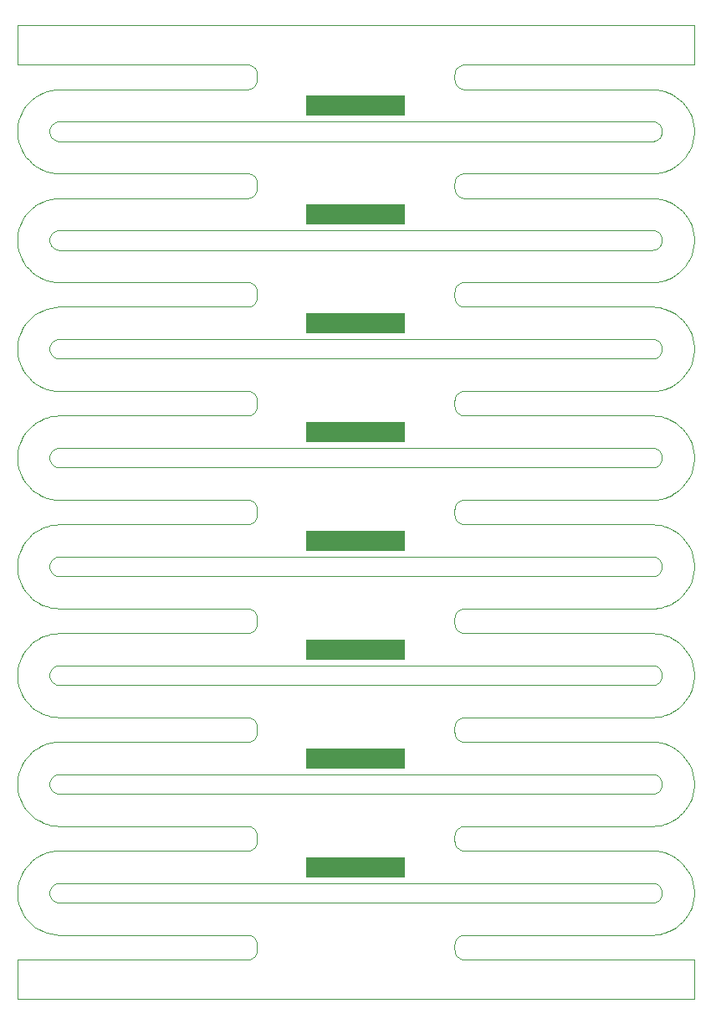
<source format=gbr>
G04 #@! TF.GenerationSoftware,KiCad,Pcbnew,5.1.5+dfsg1-2build2*
G04 #@! TF.CreationDate,2021-10-10T04:01:18+00:00*
G04 #@! TF.ProjectId,bobbin_top_3.3,626f6262-696e-45f7-946f-705f332e332e,rev?*
G04 #@! TF.SameCoordinates,Original*
G04 #@! TF.FileFunction,Paste,Top*
G04 #@! TF.FilePolarity,Positive*
%FSLAX46Y46*%
G04 Gerber Fmt 4.6, Leading zero omitted, Abs format (unit mm)*
G04 Created by KiCad (PCBNEW 5.1.5+dfsg1-2build2) date 2021-10-10 04:01:18*
%MOMM*%
%LPD*%
G04 APERTURE LIST*
G04 #@! TA.AperFunction,Profile*
%ADD10C,0.100000*%
G04 #@! TD*
%ADD11R,10.000000X2.000000*%
G04 APERTURE END LIST*
D10*
X114499900Y-121216000D02*
X114401200Y-121236200D01*
X114596400Y-121185700D02*
X114499900Y-121216000D01*
X114689300Y-121145900D02*
X114596400Y-121185700D01*
X114777600Y-121096800D02*
X114689300Y-121145900D01*
X114860800Y-121038900D02*
X114777600Y-121096800D01*
X114937500Y-120973100D02*
X114860800Y-121038900D01*
X115007100Y-120899800D02*
X114937500Y-120973100D01*
X115069000Y-120819900D02*
X115007100Y-120899800D01*
X115122400Y-120734100D02*
X115069000Y-120819900D01*
X115166900Y-120643400D02*
X115122400Y-120734100D01*
X115202000Y-120548600D02*
X115166900Y-120643400D01*
X115227300Y-120450800D02*
X115202000Y-120548600D01*
X115242600Y-120350800D02*
X115227300Y-120450800D01*
X115247700Y-120249900D02*
X115242600Y-120350800D01*
X115242600Y-120149200D02*
X115247700Y-120249900D01*
X115227300Y-120049300D02*
X115242600Y-120149200D01*
X115202000Y-119951500D02*
X115227300Y-120049300D01*
X115166900Y-119856700D02*
X115202000Y-119951500D01*
X115122400Y-119766000D02*
X115166900Y-119856700D01*
X115069000Y-119680200D02*
X115122400Y-119766000D01*
X115007100Y-119600300D02*
X115069000Y-119680200D01*
X114937300Y-119526800D02*
X115007100Y-119600300D01*
X114860600Y-119461000D02*
X114937300Y-119526800D01*
X114777600Y-119403300D02*
X114860600Y-119461000D01*
X114689300Y-119354200D02*
X114777600Y-119403300D01*
X114596600Y-119314500D02*
X114689300Y-119354200D01*
X114500200Y-119284200D02*
X114596600Y-119314500D01*
X114401200Y-119263900D02*
X114500200Y-119284200D01*
X114300700Y-119253600D02*
X114401200Y-119263900D01*
X114224800Y-119251000D02*
X114300700Y-119253600D01*
X54275500Y-119251000D02*
X114224800Y-119251000D01*
X54199100Y-119253600D02*
X54275500Y-119251000D01*
X54098800Y-119263900D02*
X54199100Y-119253600D01*
X53999800Y-119284200D02*
X54098800Y-119263900D01*
X53903400Y-119314500D02*
X53999800Y-119284200D01*
X53810500Y-119354400D02*
X53903400Y-119314500D01*
X53722100Y-119403400D02*
X53810500Y-119354400D01*
X53639200Y-119461200D02*
X53722100Y-119403400D01*
X53562500Y-119527000D02*
X53639200Y-119461200D01*
X53492900Y-119600300D02*
X53562500Y-119527000D01*
X53431000Y-119680200D02*
X53492900Y-119600300D01*
X53377600Y-119766000D02*
X53431000Y-119680200D01*
X53333100Y-119856700D02*
X53377600Y-119766000D01*
X53298100Y-119951200D02*
X53333100Y-119856700D01*
X53272700Y-120049100D02*
X53298100Y-119951200D01*
X53257400Y-120149000D02*
X53272700Y-120049100D01*
X53252300Y-120249900D02*
X53257400Y-120149000D01*
X53257400Y-120350800D02*
X53252300Y-120249900D01*
X53272700Y-120450800D02*
X53257400Y-120350800D01*
X53298000Y-120548600D02*
X53272700Y-120450800D01*
X53333100Y-120643400D02*
X53298000Y-120548600D01*
X53377600Y-120734100D02*
X53333100Y-120643400D01*
X53431000Y-120819900D02*
X53377600Y-120734100D01*
X53492900Y-120899800D02*
X53431000Y-120819900D01*
X53562500Y-120973100D02*
X53492900Y-120899800D01*
X53639200Y-121038900D02*
X53562500Y-120973100D01*
X53722100Y-121096700D02*
X53639200Y-121038900D01*
X53810500Y-121145700D02*
X53722100Y-121096700D01*
X53903400Y-121185600D02*
X53810500Y-121145700D01*
X53999800Y-121215900D02*
X53903400Y-121185600D01*
X54098800Y-121236200D02*
X53999800Y-121215900D01*
X54199300Y-121246500D02*
X54098800Y-121236200D01*
X54275200Y-121249000D02*
X54199300Y-121246500D01*
X114225000Y-121249000D02*
X54275200Y-121249000D01*
X114300400Y-121246500D02*
X114225000Y-121249000D01*
X114401200Y-121236200D02*
X114300400Y-121246500D01*
X114499900Y-110215900D02*
X114401100Y-110236200D01*
X114596400Y-110185700D02*
X114499900Y-110215900D01*
X114689300Y-110145900D02*
X114596400Y-110185700D01*
X114777600Y-110096800D02*
X114689300Y-110145900D01*
X114860800Y-110038900D02*
X114777600Y-110096800D01*
X114937500Y-109973100D02*
X114860800Y-110038900D01*
X115007100Y-109899800D02*
X114937500Y-109973100D01*
X115069000Y-109819900D02*
X115007100Y-109899800D01*
X115122400Y-109734100D02*
X115069000Y-109819900D01*
X115166900Y-109643400D02*
X115122400Y-109734100D01*
X115202000Y-109548600D02*
X115166900Y-109643400D01*
X115227300Y-109450700D02*
X115202000Y-109548600D01*
X115242600Y-109350800D02*
X115227300Y-109450700D01*
X115247700Y-109249900D02*
X115242600Y-109350800D01*
X115242600Y-109149200D02*
X115247700Y-109249900D01*
X115227300Y-109049300D02*
X115242600Y-109149200D01*
X115202000Y-108951500D02*
X115227300Y-109049300D01*
X115166900Y-108856700D02*
X115202000Y-108951500D01*
X115122400Y-108766000D02*
X115166900Y-108856700D01*
X115069000Y-108680200D02*
X115122400Y-108766000D01*
X115007100Y-108600300D02*
X115069000Y-108680200D01*
X114937300Y-108526800D02*
X115007100Y-108600300D01*
X114860600Y-108461000D02*
X114937300Y-108526800D01*
X114777600Y-108403300D02*
X114860600Y-108461000D01*
X114689300Y-108354200D02*
X114777600Y-108403300D01*
X114596600Y-108314500D02*
X114689300Y-108354200D01*
X114500200Y-108284200D02*
X114596600Y-108314500D01*
X114401200Y-108263900D02*
X114500200Y-108284200D01*
X114300700Y-108253600D02*
X114401200Y-108263900D01*
X114224800Y-108251000D02*
X114300700Y-108253600D01*
X54275400Y-108251000D02*
X114224800Y-108251000D01*
X54199100Y-108253600D02*
X54275400Y-108251000D01*
X54098800Y-108263900D02*
X54199100Y-108253600D01*
X53999800Y-108284200D02*
X54098800Y-108263900D01*
X53903400Y-108314500D02*
X53999800Y-108284200D01*
X53810500Y-108354300D02*
X53903400Y-108314500D01*
X53722100Y-108403400D02*
X53810500Y-108354300D01*
X53639200Y-108461200D02*
X53722100Y-108403400D01*
X53562500Y-108527000D02*
X53639200Y-108461200D01*
X53492900Y-108600300D02*
X53562500Y-108527000D01*
X53431000Y-108680200D02*
X53492900Y-108600300D01*
X53377600Y-108766000D02*
X53431000Y-108680200D01*
X53333100Y-108856700D02*
X53377600Y-108766000D01*
X53298100Y-108951200D02*
X53333100Y-108856700D01*
X53272700Y-109049100D02*
X53298100Y-108951200D01*
X53257400Y-109149000D02*
X53272700Y-109049100D01*
X53252300Y-109249900D02*
X53257400Y-109149000D01*
X53257400Y-109350800D02*
X53252300Y-109249900D01*
X53272700Y-109450700D02*
X53257400Y-109350800D01*
X53298000Y-109548600D02*
X53272700Y-109450700D01*
X53333100Y-109643400D02*
X53298000Y-109548600D01*
X53377600Y-109734100D02*
X53333100Y-109643400D01*
X53431000Y-109819900D02*
X53377600Y-109734100D01*
X53492900Y-109899800D02*
X53431000Y-109819900D01*
X53562500Y-109973100D02*
X53492900Y-109899800D01*
X53639200Y-110038900D02*
X53562500Y-109973100D01*
X53722100Y-110096700D02*
X53639200Y-110038900D01*
X53810500Y-110145700D02*
X53722100Y-110096700D01*
X53903400Y-110185600D02*
X53810500Y-110145700D01*
X53999800Y-110215900D02*
X53903400Y-110185600D01*
X54098800Y-110236200D02*
X53999800Y-110215900D01*
X54199300Y-110246500D02*
X54098800Y-110236200D01*
X54275200Y-110249000D02*
X54199300Y-110246500D01*
X114225000Y-110249000D02*
X54275200Y-110249000D01*
X114300500Y-110246500D02*
X114225000Y-110249000D01*
X114401100Y-110236200D02*
X114300500Y-110246500D01*
X114499900Y-99215900D02*
X114401100Y-99236200D01*
X114596400Y-99185700D02*
X114499900Y-99215900D01*
X114689300Y-99145800D02*
X114596400Y-99185700D01*
X114777600Y-99096800D02*
X114689300Y-99145800D01*
X114860800Y-99038900D02*
X114777600Y-99096800D01*
X114937500Y-98973100D02*
X114860800Y-99038900D01*
X115007100Y-98899800D02*
X114937500Y-98973100D01*
X115069000Y-98819900D02*
X115007100Y-98899800D01*
X115122400Y-98734100D02*
X115069000Y-98819900D01*
X115166900Y-98643400D02*
X115122400Y-98734100D01*
X115202000Y-98548600D02*
X115166900Y-98643400D01*
X115227300Y-98450700D02*
X115202000Y-98548600D01*
X115242600Y-98350800D02*
X115227300Y-98450700D01*
X115247700Y-98249900D02*
X115242600Y-98350800D01*
X115242600Y-98149200D02*
X115247700Y-98249900D01*
X115227300Y-98049300D02*
X115242600Y-98149200D01*
X115202000Y-97951500D02*
X115227300Y-98049300D01*
X115166900Y-97856700D02*
X115202000Y-97951500D01*
X115122400Y-97766000D02*
X115166900Y-97856700D01*
X115069000Y-97680200D02*
X115122400Y-97766000D01*
X115007100Y-97600300D02*
X115069000Y-97680200D01*
X114937300Y-97526800D02*
X115007100Y-97600300D01*
X114860600Y-97461000D02*
X114937300Y-97526800D01*
X114777600Y-97403300D02*
X114860600Y-97461000D01*
X114689300Y-97354200D02*
X114777600Y-97403300D01*
X114596600Y-97314500D02*
X114689300Y-97354200D01*
X114500200Y-97284200D02*
X114596600Y-97314500D01*
X114401200Y-97263800D02*
X114500200Y-97284200D01*
X114300700Y-97253600D02*
X114401200Y-97263800D01*
X114224800Y-97251000D02*
X114300700Y-97253600D01*
X54275400Y-97251000D02*
X114224800Y-97251000D01*
X54199200Y-97253600D02*
X54275400Y-97251000D01*
X54098800Y-97263800D02*
X54199200Y-97253600D01*
X53999800Y-97284200D02*
X54098800Y-97263800D01*
X53903400Y-97314500D02*
X53999800Y-97284200D01*
X53810500Y-97354300D02*
X53903400Y-97314500D01*
X53722100Y-97403400D02*
X53810500Y-97354300D01*
X53639200Y-97461100D02*
X53722100Y-97403400D01*
X53562500Y-97527000D02*
X53639200Y-97461100D01*
X53492900Y-97600300D02*
X53562500Y-97527000D01*
X53431000Y-97680200D02*
X53492900Y-97600300D01*
X53377600Y-97766000D02*
X53431000Y-97680200D01*
X53333100Y-97856700D02*
X53377600Y-97766000D01*
X53298100Y-97951200D02*
X53333100Y-97856700D01*
X53272700Y-98049100D02*
X53298100Y-97951200D01*
X53257400Y-98149000D02*
X53272700Y-98049100D01*
X53252300Y-98249900D02*
X53257400Y-98149000D01*
X53257400Y-98350800D02*
X53252300Y-98249900D01*
X53272700Y-98450700D02*
X53257400Y-98350800D01*
X53298000Y-98548600D02*
X53272700Y-98450700D01*
X53333100Y-98643400D02*
X53298000Y-98548600D01*
X53377600Y-98734100D02*
X53333100Y-98643400D01*
X53431000Y-98819900D02*
X53377600Y-98734100D01*
X53492900Y-98899800D02*
X53431000Y-98819900D01*
X53562500Y-98973100D02*
X53492900Y-98899800D01*
X53639200Y-99038900D02*
X53562500Y-98973100D01*
X53722100Y-99096700D02*
X53639200Y-99038900D01*
X53810500Y-99145700D02*
X53722100Y-99096700D01*
X53903400Y-99185600D02*
X53810500Y-99145700D01*
X53999800Y-99215900D02*
X53903400Y-99185600D01*
X54098800Y-99236200D02*
X53999800Y-99215900D01*
X54199300Y-99246500D02*
X54098800Y-99236200D01*
X54275200Y-99249000D02*
X54199300Y-99246500D01*
X114224900Y-99249000D02*
X54275200Y-99249000D01*
X114300500Y-99246500D02*
X114224900Y-99249000D01*
X114401100Y-99236200D02*
X114300500Y-99246500D01*
X114499900Y-88215900D02*
X114401100Y-88236200D01*
X114596400Y-88185700D02*
X114499900Y-88215900D01*
X114689300Y-88145800D02*
X114596400Y-88185700D01*
X114777600Y-88096800D02*
X114689300Y-88145800D01*
X114860800Y-88038900D02*
X114777600Y-88096800D01*
X114937500Y-87973100D02*
X114860800Y-88038900D01*
X115007100Y-87899800D02*
X114937500Y-87973100D01*
X115069000Y-87819900D02*
X115007100Y-87899800D01*
X115122400Y-87734100D02*
X115069000Y-87819900D01*
X115166900Y-87643400D02*
X115122400Y-87734100D01*
X115202000Y-87548600D02*
X115166900Y-87643400D01*
X115227300Y-87450700D02*
X115202000Y-87548600D01*
X115242600Y-87350800D02*
X115227300Y-87450700D01*
X115247700Y-87249900D02*
X115242600Y-87350800D01*
X115242600Y-87149200D02*
X115247700Y-87249900D01*
X115227300Y-87049300D02*
X115242600Y-87149200D01*
X115202000Y-86951500D02*
X115227300Y-87049300D01*
X115166900Y-86856700D02*
X115202000Y-86951500D01*
X115122400Y-86766000D02*
X115166900Y-86856700D01*
X115069000Y-86680200D02*
X115122400Y-86766000D01*
X115007100Y-86600200D02*
X115069000Y-86680200D01*
X114937300Y-86526800D02*
X115007100Y-86600200D01*
X114860600Y-86461000D02*
X114937300Y-86526800D01*
X114777600Y-86403200D02*
X114860600Y-86461000D01*
X114689300Y-86354200D02*
X114777600Y-86403200D01*
X114596600Y-86314500D02*
X114689300Y-86354200D01*
X114500200Y-86284200D02*
X114596600Y-86314500D01*
X114401200Y-86263800D02*
X114500200Y-86284200D01*
X114300700Y-86253600D02*
X114401200Y-86263800D01*
X114224800Y-86251000D02*
X114300700Y-86253600D01*
X54275400Y-86251000D02*
X114224800Y-86251000D01*
X54199200Y-86253600D02*
X54275400Y-86251000D01*
X54098800Y-86263800D02*
X54199200Y-86253600D01*
X53999800Y-86284200D02*
X54098800Y-86263800D01*
X53903400Y-86314500D02*
X53999800Y-86284200D01*
X53810500Y-86354300D02*
X53903400Y-86314500D01*
X53722100Y-86403400D02*
X53810500Y-86354300D01*
X53639200Y-86461100D02*
X53722100Y-86403400D01*
X53562500Y-86527000D02*
X53639200Y-86461100D01*
X53492900Y-86600200D02*
X53562500Y-86527000D01*
X53431000Y-86680200D02*
X53492900Y-86600200D01*
X53377600Y-86766000D02*
X53431000Y-86680200D01*
X53333100Y-86856700D02*
X53377600Y-86766000D01*
X53298100Y-86951200D02*
X53333100Y-86856700D01*
X53272700Y-87049100D02*
X53298100Y-86951200D01*
X53257400Y-87149000D02*
X53272700Y-87049100D01*
X53252300Y-87249900D02*
X53257400Y-87149000D01*
X53257400Y-87350800D02*
X53252300Y-87249900D01*
X53272700Y-87450700D02*
X53257400Y-87350800D01*
X53298000Y-87548600D02*
X53272700Y-87450700D01*
X53333100Y-87643400D02*
X53298000Y-87548600D01*
X53377600Y-87734100D02*
X53333100Y-87643400D01*
X53431000Y-87819900D02*
X53377600Y-87734100D01*
X53492900Y-87899800D02*
X53431000Y-87819900D01*
X53562500Y-87973100D02*
X53492900Y-87899800D01*
X53639200Y-88038900D02*
X53562500Y-87973100D01*
X53722100Y-88096700D02*
X53639200Y-88038900D01*
X53810500Y-88145700D02*
X53722100Y-88096700D01*
X53903400Y-88185600D02*
X53810500Y-88145700D01*
X53999800Y-88215900D02*
X53903400Y-88185600D01*
X54098800Y-88236200D02*
X53999800Y-88215900D01*
X54199300Y-88246500D02*
X54098800Y-88236200D01*
X54275200Y-88249000D02*
X54199300Y-88246500D01*
X114224900Y-88249000D02*
X54275200Y-88249000D01*
X114300500Y-88246400D02*
X114224900Y-88249000D01*
X114401100Y-88236200D02*
X114300500Y-88246400D01*
X114499900Y-77215900D02*
X114401000Y-77236200D01*
X114596400Y-77185700D02*
X114499900Y-77215900D01*
X114689300Y-77145800D02*
X114596400Y-77185700D01*
X114777600Y-77096800D02*
X114689300Y-77145800D01*
X114860800Y-77038900D02*
X114777600Y-77096800D01*
X114937500Y-76973100D02*
X114860800Y-77038900D01*
X115007100Y-76899800D02*
X114937500Y-76973100D01*
X115069000Y-76819900D02*
X115007100Y-76899800D01*
X115122400Y-76734100D02*
X115069000Y-76819900D01*
X115166900Y-76643300D02*
X115122400Y-76734100D01*
X115202000Y-76548600D02*
X115166900Y-76643300D01*
X115227300Y-76450700D02*
X115202000Y-76548600D01*
X115242600Y-76350800D02*
X115227300Y-76450700D01*
X115247700Y-76249900D02*
X115242600Y-76350800D01*
X115242600Y-76149200D02*
X115247700Y-76249900D01*
X115227300Y-76049300D02*
X115242600Y-76149200D01*
X115202000Y-75951500D02*
X115227300Y-76049300D01*
X115166900Y-75856700D02*
X115202000Y-75951500D01*
X115122400Y-75765900D02*
X115166900Y-75856700D01*
X115069000Y-75680200D02*
X115122400Y-75765900D01*
X115007100Y-75600200D02*
X115069000Y-75680200D01*
X114937300Y-75526800D02*
X115007100Y-75600200D01*
X114860600Y-75461000D02*
X114937300Y-75526800D01*
X114777600Y-75403200D02*
X114860600Y-75461000D01*
X114689300Y-75354200D02*
X114777600Y-75403200D01*
X114596600Y-75314500D02*
X114689300Y-75354200D01*
X114500200Y-75284200D02*
X114596600Y-75314500D01*
X114401200Y-75263800D02*
X114500200Y-75284200D01*
X114300700Y-75253600D02*
X114401200Y-75263800D01*
X114224800Y-75251000D02*
X114300700Y-75253600D01*
X54275300Y-75251000D02*
X114224800Y-75251000D01*
X54199200Y-75253600D02*
X54275300Y-75251000D01*
X54098800Y-75263800D02*
X54199200Y-75253600D01*
X53999800Y-75284200D02*
X54098800Y-75263800D01*
X53903400Y-75314500D02*
X53999800Y-75284200D01*
X53810500Y-75354300D02*
X53903400Y-75314500D01*
X53722100Y-75403400D02*
X53810500Y-75354300D01*
X53639200Y-75461100D02*
X53722100Y-75403400D01*
X53562500Y-75527000D02*
X53639200Y-75461100D01*
X53492900Y-75600200D02*
X53562500Y-75527000D01*
X53431000Y-75680200D02*
X53492900Y-75600200D01*
X53377600Y-75765900D02*
X53431000Y-75680200D01*
X53333100Y-75856700D02*
X53377600Y-75765900D01*
X53298100Y-75951200D02*
X53333100Y-75856700D01*
X53272700Y-76049000D02*
X53298100Y-75951200D01*
X53257400Y-76148900D02*
X53272700Y-76049000D01*
X53252300Y-76249900D02*
X53257400Y-76148900D01*
X53257400Y-76350800D02*
X53252300Y-76249900D01*
X53272700Y-76450700D02*
X53257400Y-76350800D01*
X53298000Y-76548600D02*
X53272700Y-76450700D01*
X53333100Y-76643300D02*
X53298000Y-76548600D01*
X53377600Y-76734100D02*
X53333100Y-76643300D01*
X53431000Y-76819900D02*
X53377600Y-76734100D01*
X53492900Y-76899800D02*
X53431000Y-76819900D01*
X53562500Y-76973100D02*
X53492900Y-76899800D01*
X53639200Y-77038900D02*
X53562500Y-76973100D01*
X53722100Y-77096700D02*
X53639200Y-77038900D01*
X53810500Y-77145700D02*
X53722100Y-77096700D01*
X53903400Y-77185600D02*
X53810500Y-77145700D01*
X53999800Y-77215800D02*
X53903400Y-77185600D01*
X54098800Y-77236200D02*
X53999800Y-77215800D01*
X54199300Y-77246400D02*
X54098800Y-77236200D01*
X54275200Y-77249000D02*
X54199300Y-77246400D01*
X114224800Y-77249000D02*
X54275200Y-77249000D01*
X114300600Y-77246400D02*
X114224800Y-77249000D01*
X114401000Y-77236200D02*
X114300600Y-77246400D01*
X114499900Y-66215900D02*
X114401000Y-66236200D01*
X114596400Y-66185700D02*
X114499900Y-66215900D01*
X114689300Y-66145800D02*
X114596400Y-66185700D01*
X114777600Y-66096800D02*
X114689300Y-66145800D01*
X114860600Y-66039100D02*
X114777600Y-66096800D01*
X114937300Y-65973200D02*
X114860600Y-66039100D01*
X115007100Y-65899800D02*
X114937300Y-65973200D01*
X115069000Y-65819900D02*
X115007100Y-65899800D01*
X115122300Y-65734300D02*
X115069000Y-65819900D01*
X115166800Y-65643600D02*
X115122300Y-65734300D01*
X115201900Y-65548800D02*
X115166800Y-65643600D01*
X115227300Y-65451000D02*
X115201900Y-65548800D01*
X115242600Y-65351100D02*
X115227300Y-65451000D01*
X115247700Y-65250100D02*
X115242600Y-65351100D01*
X115242600Y-65149200D02*
X115247700Y-65250100D01*
X115227300Y-65049300D02*
X115242600Y-65149200D01*
X115202000Y-64951500D02*
X115227300Y-65049300D01*
X115166900Y-64856700D02*
X115202000Y-64951500D01*
X115122400Y-64765900D02*
X115166900Y-64856700D01*
X115069000Y-64680200D02*
X115122400Y-64765900D01*
X115007100Y-64600200D02*
X115069000Y-64680200D01*
X114937300Y-64526800D02*
X115007100Y-64600200D01*
X114860600Y-64461000D02*
X114937300Y-64526800D01*
X114777900Y-64403400D02*
X114860600Y-64461000D01*
X114689500Y-64354300D02*
X114777900Y-64403400D01*
X114596600Y-64314400D02*
X114689500Y-64354300D01*
X114500200Y-64284200D02*
X114596600Y-64314400D01*
X114401200Y-64263800D02*
X114500200Y-64284200D01*
X114300700Y-64253600D02*
X114401200Y-64263800D01*
X114224800Y-64251000D02*
X114300700Y-64253600D01*
X54275300Y-64251000D02*
X114224800Y-64251000D01*
X54199300Y-64253600D02*
X54275300Y-64251000D01*
X54098800Y-64263800D02*
X54199300Y-64253600D01*
X53999800Y-64284200D02*
X54098800Y-64263800D01*
X53903400Y-64314400D02*
X53999800Y-64284200D01*
X53810500Y-64354300D02*
X53903400Y-64314400D01*
X53722100Y-64403400D02*
X53810500Y-64354300D01*
X53639200Y-64461100D02*
X53722100Y-64403400D01*
X53562500Y-64527000D02*
X53639200Y-64461100D01*
X53492900Y-64600200D02*
X53562500Y-64527000D01*
X53431000Y-64680200D02*
X53492900Y-64600200D01*
X53377600Y-64765900D02*
X53431000Y-64680200D01*
X53333100Y-64856700D02*
X53377600Y-64765900D01*
X53298000Y-64951500D02*
X53333100Y-64856700D01*
X53272700Y-65049000D02*
X53298000Y-64951500D01*
X53257400Y-65148900D02*
X53272700Y-65049000D01*
X53252300Y-65249900D02*
X53257400Y-65148900D01*
X53257400Y-65350800D02*
X53252300Y-65249900D01*
X53272700Y-65450700D02*
X53257400Y-65350800D01*
X53298000Y-65548600D02*
X53272700Y-65450700D01*
X53333100Y-65643300D02*
X53298000Y-65548600D01*
X53377600Y-65734100D02*
X53333100Y-65643300D01*
X53431000Y-65819900D02*
X53377600Y-65734100D01*
X53492900Y-65899800D02*
X53431000Y-65819900D01*
X53562500Y-65973100D02*
X53492900Y-65899800D01*
X53639200Y-66038900D02*
X53562500Y-65973100D01*
X53722100Y-66096600D02*
X53639200Y-66038900D01*
X53810500Y-66145700D02*
X53722100Y-66096600D01*
X53903400Y-66185600D02*
X53810500Y-66145700D01*
X53999800Y-66215800D02*
X53903400Y-66185600D01*
X54098800Y-66236200D02*
X53999800Y-66215800D01*
X54199300Y-66246400D02*
X54098800Y-66236200D01*
X54275200Y-66249000D02*
X54199300Y-66246400D01*
X114224800Y-66249000D02*
X54275200Y-66249000D01*
X114300600Y-66246400D02*
X114224800Y-66249000D01*
X114401000Y-66236200D02*
X114300600Y-66246400D01*
X114499900Y-55215900D02*
X114401000Y-55236200D01*
X114596400Y-55185700D02*
X114499900Y-55215900D01*
X114689300Y-55145800D02*
X114596400Y-55185700D01*
X114777600Y-55096800D02*
X114689300Y-55145800D01*
X114860600Y-55039100D02*
X114777600Y-55096800D01*
X114937300Y-54973200D02*
X114860600Y-55039100D01*
X115007100Y-54899800D02*
X114937300Y-54973200D01*
X115069000Y-54819900D02*
X115007100Y-54899800D01*
X115122300Y-54734300D02*
X115069000Y-54819900D01*
X115166800Y-54643600D02*
X115122300Y-54734300D01*
X115201900Y-54548800D02*
X115166800Y-54643600D01*
X115227300Y-54451000D02*
X115201900Y-54548800D01*
X115242600Y-54351100D02*
X115227300Y-54451000D01*
X115247700Y-54250100D02*
X115242600Y-54351100D01*
X115242600Y-54149200D02*
X115247700Y-54250100D01*
X115227300Y-54049300D02*
X115242600Y-54149200D01*
X115202000Y-53951500D02*
X115227300Y-54049300D01*
X115166900Y-53856700D02*
X115202000Y-53951500D01*
X115122400Y-53765900D02*
X115166900Y-53856700D01*
X115069000Y-53680200D02*
X115122400Y-53765900D01*
X115007100Y-53600200D02*
X115069000Y-53680200D01*
X114937300Y-53526800D02*
X115007100Y-53600200D01*
X114860600Y-53460900D02*
X114937300Y-53526800D01*
X114777900Y-53403400D02*
X114860600Y-53460900D01*
X114689500Y-53354300D02*
X114777900Y-53403400D01*
X114596600Y-53314400D02*
X114689500Y-53354300D01*
X114500200Y-53284200D02*
X114596600Y-53314400D01*
X114401200Y-53263800D02*
X114500200Y-53284200D01*
X114300700Y-53253600D02*
X114401200Y-53263800D01*
X114224800Y-53251000D02*
X114300700Y-53253600D01*
X54275200Y-53251000D02*
X114224800Y-53251000D01*
X54199300Y-53253600D02*
X54275200Y-53251000D01*
X54098800Y-53263800D02*
X54199300Y-53253600D01*
X53999800Y-53284200D02*
X54098800Y-53263800D01*
X53903400Y-53314400D02*
X53999800Y-53284200D01*
X53810500Y-53354300D02*
X53903400Y-53314400D01*
X53722100Y-53403400D02*
X53810500Y-53354300D01*
X53639200Y-53461100D02*
X53722100Y-53403400D01*
X53562500Y-53527000D02*
X53639200Y-53461100D01*
X53492900Y-53600200D02*
X53562500Y-53527000D01*
X53431000Y-53680200D02*
X53492900Y-53600200D01*
X53377600Y-53765900D02*
X53431000Y-53680200D01*
X53333100Y-53856700D02*
X53377600Y-53765900D01*
X53298000Y-53951500D02*
X53333100Y-53856700D01*
X53272700Y-54049000D02*
X53298000Y-53951500D01*
X53257400Y-54148900D02*
X53272700Y-54049000D01*
X53252300Y-54249900D02*
X53257400Y-54148900D01*
X53257400Y-54350800D02*
X53252300Y-54249900D01*
X53272700Y-54450700D02*
X53257400Y-54350800D01*
X53298000Y-54548500D02*
X53272700Y-54450700D01*
X53333100Y-54643300D02*
X53298000Y-54548500D01*
X53377600Y-54734100D02*
X53333100Y-54643300D01*
X53431000Y-54819900D02*
X53377600Y-54734100D01*
X53492900Y-54899800D02*
X53431000Y-54819900D01*
X53562500Y-54973000D02*
X53492900Y-54899800D01*
X53639200Y-55038900D02*
X53562500Y-54973000D01*
X53722100Y-55096600D02*
X53639200Y-55038900D01*
X53810500Y-55145700D02*
X53722100Y-55096600D01*
X53903400Y-55185600D02*
X53810500Y-55145700D01*
X53999800Y-55215800D02*
X53903400Y-55185600D01*
X54098800Y-55236200D02*
X53999800Y-55215800D01*
X54199300Y-55246400D02*
X54098800Y-55236200D01*
X54275200Y-55249000D02*
X54199300Y-55246400D01*
X114224800Y-55249000D02*
X54275200Y-55249000D01*
X114300700Y-55246400D02*
X114224800Y-55249000D01*
X114401000Y-55236200D02*
X114300700Y-55246400D01*
X114500200Y-132215900D02*
X114400700Y-132236300D01*
X114596600Y-132185600D02*
X114500200Y-132215900D01*
X114689500Y-132145800D02*
X114596600Y-132185600D01*
X114777900Y-132096700D02*
X114689500Y-132145800D01*
X114860800Y-132038900D02*
X114777900Y-132096700D01*
X114937500Y-131973100D02*
X114860800Y-132038900D01*
X115007100Y-131899800D02*
X114937500Y-131973100D01*
X115069000Y-131819900D02*
X115007100Y-131899800D01*
X115122400Y-131734100D02*
X115069000Y-131819900D01*
X115166900Y-131643400D02*
X115122400Y-131734100D01*
X115202000Y-131548600D02*
X115166900Y-131643400D01*
X115227300Y-131450800D02*
X115202000Y-131548600D01*
X115242600Y-131350900D02*
X115227300Y-131450800D01*
X115247700Y-131249900D02*
X115242600Y-131350900D01*
X115242600Y-131149300D02*
X115247700Y-131249900D01*
X115227300Y-131049400D02*
X115242600Y-131149300D01*
X115202000Y-130951500D02*
X115227300Y-131049400D01*
X115166900Y-130856700D02*
X115202000Y-130951500D01*
X115122400Y-130766000D02*
X115166900Y-130856700D01*
X115069000Y-130680200D02*
X115122400Y-130766000D01*
X115007100Y-130600300D02*
X115069000Y-130680200D01*
X114937300Y-130526800D02*
X115007100Y-130600300D01*
X114860600Y-130461000D02*
X114937300Y-130526800D01*
X114777600Y-130403300D02*
X114860600Y-130461000D01*
X114689300Y-130354200D02*
X114777600Y-130403300D01*
X114596600Y-130314500D02*
X114689300Y-130354200D01*
X114500200Y-130284200D02*
X114596600Y-130314500D01*
X114401200Y-130263900D02*
X114500200Y-130284200D01*
X114300700Y-130253600D02*
X114401200Y-130263900D01*
X114224800Y-130251100D02*
X114300700Y-130253600D01*
X54275000Y-130251100D02*
X114224800Y-130251100D01*
X54199500Y-130253600D02*
X54275000Y-130251100D01*
X54098800Y-130263900D02*
X54199500Y-130253600D01*
X53999800Y-130284200D02*
X54098800Y-130263900D01*
X53903400Y-130314500D02*
X53999800Y-130284200D01*
X53810500Y-130354400D02*
X53903400Y-130314500D01*
X53722100Y-130403400D02*
X53810500Y-130354400D01*
X53639200Y-130461200D02*
X53722100Y-130403400D01*
X53562500Y-130527000D02*
X53639200Y-130461200D01*
X53492900Y-130600300D02*
X53562500Y-130527000D01*
X53431000Y-130680200D02*
X53492900Y-130600300D01*
X53377600Y-130766000D02*
X53431000Y-130680200D01*
X53333100Y-130856700D02*
X53377600Y-130766000D01*
X53298100Y-130951200D02*
X53333100Y-130856700D01*
X53272700Y-131049100D02*
X53298100Y-130951200D01*
X53257400Y-131149000D02*
X53272700Y-131049100D01*
X53252300Y-131249900D02*
X53257400Y-131149000D01*
X53257400Y-131350900D02*
X53252300Y-131249900D01*
X53272700Y-131450800D02*
X53257400Y-131350900D01*
X53298000Y-131548600D02*
X53272700Y-131450800D01*
X53333100Y-131643400D02*
X53298000Y-131548600D01*
X53377600Y-131734100D02*
X53333100Y-131643400D01*
X53431000Y-131819900D02*
X53377600Y-131734100D01*
X53492900Y-131899800D02*
X53431000Y-131819900D01*
X53562500Y-131973100D02*
X53492900Y-131899800D01*
X53639200Y-132038900D02*
X53562500Y-131973100D01*
X53722100Y-132096700D02*
X53639200Y-132038900D01*
X53810500Y-132145800D02*
X53722100Y-132096700D01*
X53903400Y-132185600D02*
X53810500Y-132145800D01*
X53999800Y-132215900D02*
X53903400Y-132185600D01*
X54098800Y-132236200D02*
X53999800Y-132215900D01*
X54199300Y-132246500D02*
X54098800Y-132236200D01*
X54275200Y-132249100D02*
X54199300Y-132246500D01*
X114224500Y-132249100D02*
X54275200Y-132249100D01*
X114300900Y-132246500D02*
X114224500Y-132249100D01*
X114400700Y-132236300D02*
X114300900Y-132246500D01*
X118471000Y-43499000D02*
X50014600Y-43499700D01*
X118487300Y-43500000D02*
X118471000Y-43499000D01*
X118492900Y-43503700D02*
X118487300Y-43500000D01*
X118494800Y-43508200D02*
X118492900Y-43503700D01*
X118495500Y-43523500D02*
X118494800Y-43508200D01*
X118495500Y-47475500D02*
X118495500Y-43523500D01*
X118494300Y-47492700D02*
X118495500Y-47475500D01*
X118491600Y-47496700D02*
X118494300Y-47492700D01*
X118487300Y-47499000D02*
X118491600Y-47496700D01*
X95241200Y-47500000D02*
X118487300Y-47499000D01*
X95144000Y-47504800D02*
X95241200Y-47500000D01*
X95047900Y-47519000D02*
X95144000Y-47504800D01*
X94953600Y-47542600D02*
X95047900Y-47519000D01*
X94862200Y-47575400D02*
X94953600Y-47542600D01*
X94774300Y-47616900D02*
X94862200Y-47575400D01*
X94691000Y-47666900D02*
X94774300Y-47616900D01*
X94613000Y-47724700D02*
X94691000Y-47666900D01*
X94541000Y-47790000D02*
X94613000Y-47724700D01*
X94475700Y-47862000D02*
X94541000Y-47790000D01*
X94417900Y-47940000D02*
X94475700Y-47862000D01*
X94367900Y-48023300D02*
X94417900Y-47940000D01*
X94326400Y-48111100D02*
X94367900Y-48023300D01*
X94293600Y-48202600D02*
X94326400Y-48111100D01*
X94270000Y-48296900D02*
X94293600Y-48202600D01*
X94255800Y-48393000D02*
X94270000Y-48296900D01*
X94251000Y-48490200D02*
X94255800Y-48393000D01*
X94251000Y-49008800D02*
X94251000Y-48490200D01*
X94255800Y-49106000D02*
X94251000Y-49008800D01*
X94270000Y-49202100D02*
X94255800Y-49106000D01*
X94293600Y-49296400D02*
X94270000Y-49202100D01*
X94326400Y-49387900D02*
X94293600Y-49296400D01*
X94367900Y-49475700D02*
X94326400Y-49387900D01*
X94417900Y-49559000D02*
X94367900Y-49475700D01*
X94475700Y-49637000D02*
X94417900Y-49559000D01*
X94541000Y-49709000D02*
X94475700Y-49637000D01*
X94613000Y-49774300D02*
X94541000Y-49709000D01*
X94691000Y-49832100D02*
X94613000Y-49774300D01*
X94774300Y-49882100D02*
X94691000Y-49832100D01*
X94862200Y-49923600D02*
X94774300Y-49882100D01*
X94953600Y-49956400D02*
X94862200Y-49923600D01*
X95047900Y-49980000D02*
X94953600Y-49956400D01*
X95144000Y-49994200D02*
X95047900Y-49980000D01*
X95241200Y-49999000D02*
X95144000Y-49994200D01*
X114243700Y-49999000D02*
X95241200Y-49999000D01*
X114679800Y-50021100D02*
X114243700Y-49999000D01*
X115105900Y-50086400D02*
X114679800Y-50021100D01*
X115522300Y-50194200D02*
X115105900Y-50086400D01*
X115914500Y-50339100D02*
X115522300Y-50194200D01*
X115937800Y-50349100D02*
X115914500Y-50339100D01*
X116301600Y-50527500D02*
X115937800Y-50349100D01*
X116323800Y-50539900D02*
X116301600Y-50527500D01*
X116678500Y-50761400D02*
X116323800Y-50539900D01*
X117018600Y-51024600D02*
X116678500Y-50761400D01*
X117330700Y-51321300D02*
X117018600Y-51024600D01*
X117603300Y-51638300D02*
X117330700Y-51321300D01*
X117618900Y-51658400D02*
X117603300Y-51638300D01*
X117850300Y-51990900D02*
X117618900Y-51658400D01*
X117863800Y-52012500D02*
X117850300Y-51990900D01*
X118066400Y-52378300D02*
X117863800Y-52012500D01*
X118236000Y-52773500D02*
X118066400Y-52378300D01*
X118364900Y-53184300D02*
X118236000Y-52773500D01*
X118449400Y-53593800D02*
X118364900Y-53184300D01*
X118453300Y-53618900D02*
X118449400Y-53593800D01*
X118494300Y-54022000D02*
X118453300Y-53618900D01*
X118495500Y-54047400D02*
X118494300Y-54022000D01*
X118495200Y-54465600D02*
X118495500Y-54047400D01*
X118451700Y-54893400D02*
X118495200Y-54465600D01*
X118365000Y-55315200D02*
X118451700Y-54893400D01*
X118240200Y-55714200D02*
X118365000Y-55315200D01*
X118231400Y-55738100D02*
X118240200Y-55714200D01*
X118071600Y-56110400D02*
X118231400Y-55738100D01*
X118060400Y-56133200D02*
X118071600Y-56110400D01*
X117857200Y-56498700D02*
X118060400Y-56133200D01*
X117611200Y-56852100D02*
X117857200Y-56498700D01*
X117331000Y-57178400D02*
X117611200Y-56852100D01*
X117018900Y-57475100D02*
X117331000Y-57178400D01*
X116678500Y-57738700D02*
X117018900Y-57475100D01*
X116323800Y-57960100D02*
X116678500Y-57738700D01*
X116301600Y-57972500D02*
X116323800Y-57960100D01*
X115937900Y-58150900D02*
X116301600Y-57972500D01*
X115914500Y-58160900D02*
X115937900Y-58150900D01*
X115522200Y-58305800D02*
X115914500Y-58160900D01*
X115105900Y-58413600D02*
X115522200Y-58305800D01*
X114679800Y-58478900D02*
X115105900Y-58413600D01*
X114243700Y-58501000D02*
X114679800Y-58478900D01*
X95241200Y-58501000D02*
X114243700Y-58501000D01*
X95144000Y-58505800D02*
X95241200Y-58501000D01*
X95047900Y-58520000D02*
X95144000Y-58505800D01*
X94953600Y-58543600D02*
X95047900Y-58520000D01*
X94862200Y-58576400D02*
X94953600Y-58543600D01*
X94774300Y-58617900D02*
X94862200Y-58576400D01*
X94691000Y-58667900D02*
X94774300Y-58617900D01*
X94613000Y-58725700D02*
X94691000Y-58667900D01*
X94541000Y-58791000D02*
X94613000Y-58725700D01*
X94475700Y-58863000D02*
X94541000Y-58791000D01*
X94417900Y-58941000D02*
X94475700Y-58863000D01*
X94367900Y-59024300D02*
X94417900Y-58941000D01*
X94326400Y-59112100D02*
X94367900Y-59024300D01*
X94293600Y-59203600D02*
X94326400Y-59112100D01*
X94270000Y-59297900D02*
X94293600Y-59203600D01*
X94255800Y-59394000D02*
X94270000Y-59297900D01*
X94251000Y-59491200D02*
X94255800Y-59394000D01*
X94251000Y-60008800D02*
X94251000Y-59491200D01*
X94255800Y-60106000D02*
X94251000Y-60008800D01*
X94270000Y-60202100D02*
X94255800Y-60106000D01*
X94293600Y-60296400D02*
X94270000Y-60202100D01*
X94326400Y-60387900D02*
X94293600Y-60296400D01*
X94367900Y-60475700D02*
X94326400Y-60387900D01*
X94417900Y-60559000D02*
X94367900Y-60475700D01*
X94475700Y-60637000D02*
X94417900Y-60559000D01*
X94541000Y-60709000D02*
X94475700Y-60637000D01*
X94613000Y-60774300D02*
X94541000Y-60709000D01*
X94691000Y-60832200D02*
X94613000Y-60774300D01*
X94774300Y-60882100D02*
X94691000Y-60832200D01*
X94862200Y-60923600D02*
X94774300Y-60882100D01*
X94953600Y-60956400D02*
X94862200Y-60923600D01*
X95047900Y-60980000D02*
X94953600Y-60956400D01*
X95144000Y-60994200D02*
X95047900Y-60980000D01*
X95241200Y-60999000D02*
X95144000Y-60994200D01*
X114243700Y-60999000D02*
X95241200Y-60999000D01*
X114680300Y-61021200D02*
X114243700Y-60999000D01*
X115093100Y-61084100D02*
X114680300Y-61021200D01*
X115117800Y-61089200D02*
X115093100Y-61084100D01*
X115522300Y-61194200D02*
X115117800Y-61089200D01*
X115914500Y-61339100D02*
X115522300Y-61194200D01*
X115937800Y-61349100D02*
X115914500Y-61339100D01*
X116301600Y-61527500D02*
X115937800Y-61349100D01*
X116323800Y-61539900D02*
X116301600Y-61527500D01*
X116678500Y-61761400D02*
X116323800Y-61539900D01*
X117018600Y-62024600D02*
X116678500Y-61761400D01*
X117330700Y-62321300D02*
X117018600Y-62024600D01*
X117603300Y-62638300D02*
X117330700Y-62321300D01*
X117618900Y-62658400D02*
X117603300Y-62638300D01*
X117850300Y-62990900D02*
X117618900Y-62658400D01*
X117863800Y-63012500D02*
X117850300Y-62990900D01*
X118066400Y-63378300D02*
X117863800Y-63012500D01*
X118236000Y-63773500D02*
X118066400Y-63378300D01*
X118364900Y-64184300D02*
X118236000Y-63773500D01*
X118449400Y-64593800D02*
X118364900Y-64184300D01*
X118453300Y-64618900D02*
X118449400Y-64593800D01*
X118494300Y-65022000D02*
X118453300Y-64618900D01*
X118495500Y-65047400D02*
X118494300Y-65022000D01*
X118495200Y-65465600D02*
X118495500Y-65047400D01*
X118451700Y-65893500D02*
X118495200Y-65465600D01*
X118365000Y-66315200D02*
X118451700Y-65893500D01*
X118240200Y-66714200D02*
X118365000Y-66315200D01*
X118231400Y-66738100D02*
X118240200Y-66714200D01*
X118071600Y-67110400D02*
X118231400Y-66738100D01*
X118060400Y-67133200D02*
X118071600Y-67110400D01*
X117857200Y-67498700D02*
X118060400Y-67133200D01*
X117611200Y-67852100D02*
X117857200Y-67498700D01*
X117331000Y-68178400D02*
X117611200Y-67852100D01*
X117018900Y-68475100D02*
X117331000Y-68178400D01*
X116678500Y-68738700D02*
X117018900Y-68475100D01*
X116323800Y-68960100D02*
X116678500Y-68738700D01*
X116301600Y-68972500D02*
X116323800Y-68960100D01*
X115937900Y-69150900D02*
X116301600Y-68972500D01*
X115914500Y-69160900D02*
X115937900Y-69150900D01*
X115522200Y-69305800D02*
X115914500Y-69160900D01*
X115105900Y-69413600D02*
X115522200Y-69305800D01*
X114679800Y-69478900D02*
X115105900Y-69413600D01*
X114243700Y-69501000D02*
X114679800Y-69478900D01*
X95241200Y-69501000D02*
X114243700Y-69501000D01*
X95144000Y-69505800D02*
X95241200Y-69501000D01*
X95047900Y-69520000D02*
X95144000Y-69505800D01*
X94953600Y-69543600D02*
X95047900Y-69520000D01*
X94862200Y-69576400D02*
X94953600Y-69543600D01*
X94774300Y-69617900D02*
X94862200Y-69576400D01*
X94691000Y-69667900D02*
X94774300Y-69617900D01*
X94613000Y-69725700D02*
X94691000Y-69667900D01*
X94541000Y-69791000D02*
X94613000Y-69725700D01*
X94475700Y-69863000D02*
X94541000Y-69791000D01*
X94417900Y-69941000D02*
X94475700Y-69863000D01*
X94367900Y-70024300D02*
X94417900Y-69941000D01*
X94326400Y-70112200D02*
X94367900Y-70024300D01*
X94293600Y-70203600D02*
X94326400Y-70112200D01*
X94270000Y-70297900D02*
X94293600Y-70203600D01*
X94255800Y-70394000D02*
X94270000Y-70297900D01*
X94251000Y-70491200D02*
X94255800Y-70394000D01*
X94251000Y-71008800D02*
X94251000Y-70491200D01*
X94255800Y-71106000D02*
X94251000Y-71008800D01*
X94270000Y-71202100D02*
X94255800Y-71106000D01*
X94293600Y-71296400D02*
X94270000Y-71202100D01*
X94326400Y-71387900D02*
X94293600Y-71296400D01*
X94367900Y-71475700D02*
X94326400Y-71387900D01*
X94417900Y-71559000D02*
X94367900Y-71475700D01*
X94475700Y-71637100D02*
X94417900Y-71559000D01*
X94541000Y-71709000D02*
X94475700Y-71637100D01*
X94613000Y-71774300D02*
X94541000Y-71709000D01*
X94691000Y-71832200D02*
X94613000Y-71774300D01*
X94774300Y-71882100D02*
X94691000Y-71832200D01*
X94862200Y-71923600D02*
X94774300Y-71882100D01*
X94953600Y-71956400D02*
X94862200Y-71923600D01*
X95047900Y-71980000D02*
X94953600Y-71956400D01*
X95144000Y-71994200D02*
X95047900Y-71980000D01*
X95241200Y-71999000D02*
X95144000Y-71994200D01*
X114243700Y-71999000D02*
X95241200Y-71999000D01*
X114680300Y-72021200D02*
X114243700Y-71999000D01*
X115093100Y-72084100D02*
X114680300Y-72021200D01*
X115117800Y-72089200D02*
X115093100Y-72084100D01*
X115522300Y-72194200D02*
X115117800Y-72089200D01*
X115914500Y-72339100D02*
X115522300Y-72194200D01*
X115937800Y-72349100D02*
X115914500Y-72339100D01*
X116301600Y-72527600D02*
X115937800Y-72349100D01*
X116323800Y-72539900D02*
X116301600Y-72527600D01*
X116678500Y-72761400D02*
X116323800Y-72539900D01*
X117018600Y-73024600D02*
X116678500Y-72761400D01*
X117330700Y-73321300D02*
X117018600Y-73024600D01*
X117603300Y-73638300D02*
X117330700Y-73321300D01*
X117618900Y-73658400D02*
X117603300Y-73638300D01*
X117850300Y-73990900D02*
X117618900Y-73658400D01*
X117863800Y-74012500D02*
X117850300Y-73990900D01*
X118066400Y-74378300D02*
X117863800Y-74012500D01*
X118236000Y-74773500D02*
X118066400Y-74378300D01*
X118364900Y-75184400D02*
X118236000Y-74773500D01*
X118449400Y-75593800D02*
X118364900Y-75184400D01*
X118453300Y-75619000D02*
X118449400Y-75593800D01*
X118494300Y-76022000D02*
X118453300Y-75619000D01*
X118495500Y-76047400D02*
X118494300Y-76022000D01*
X118495200Y-76465600D02*
X118495500Y-76047400D01*
X118451700Y-76893500D02*
X118495200Y-76465600D01*
X118365000Y-77315200D02*
X118451700Y-76893500D01*
X118240200Y-77714300D02*
X118365000Y-77315200D01*
X118231400Y-77738100D02*
X118240200Y-77714300D01*
X118071600Y-78110400D02*
X118231400Y-77738100D01*
X118060400Y-78133300D02*
X118071600Y-78110400D01*
X117857200Y-78498700D02*
X118060400Y-78133300D01*
X117611200Y-78852100D02*
X117857200Y-78498700D01*
X117331000Y-79178400D02*
X117611200Y-78852100D01*
X117018900Y-79475100D02*
X117331000Y-79178400D01*
X116678500Y-79738700D02*
X117018900Y-79475100D01*
X116323800Y-79960100D02*
X116678500Y-79738700D01*
X116301600Y-79972500D02*
X116323800Y-79960100D01*
X115937900Y-80150900D02*
X116301600Y-79972500D01*
X115914500Y-80160900D02*
X115937900Y-80150900D01*
X115522200Y-80305800D02*
X115914500Y-80160900D01*
X115105900Y-80413600D02*
X115522200Y-80305800D01*
X114679800Y-80478900D02*
X115105900Y-80413600D01*
X114243700Y-80501000D02*
X114679800Y-80478900D01*
X95241200Y-80501000D02*
X114243700Y-80501000D01*
X95144000Y-80505800D02*
X95241200Y-80501000D01*
X95047900Y-80520000D02*
X95144000Y-80505800D01*
X94953600Y-80543600D02*
X95047900Y-80520000D01*
X94862200Y-80576400D02*
X94953600Y-80543600D01*
X94774300Y-80617900D02*
X94862200Y-80576400D01*
X94691000Y-80667900D02*
X94774300Y-80617900D01*
X94613000Y-80725700D02*
X94691000Y-80667900D01*
X94541000Y-80791000D02*
X94613000Y-80725700D01*
X94475700Y-80863000D02*
X94541000Y-80791000D01*
X94417900Y-80941000D02*
X94475700Y-80863000D01*
X94367900Y-81024300D02*
X94417900Y-80941000D01*
X94326400Y-81112200D02*
X94367900Y-81024300D01*
X94293600Y-81203600D02*
X94326400Y-81112200D01*
X94270000Y-81297900D02*
X94293600Y-81203600D01*
X94255800Y-81394000D02*
X94270000Y-81297900D01*
X94251000Y-81491300D02*
X94255800Y-81394000D01*
X94251000Y-82008800D02*
X94251000Y-81491300D01*
X94255800Y-82106100D02*
X94251000Y-82008800D01*
X94270000Y-82202200D02*
X94255800Y-82106100D01*
X94293600Y-82296400D02*
X94270000Y-82202200D01*
X94326400Y-82387900D02*
X94293600Y-82296400D01*
X94367900Y-82475700D02*
X94326400Y-82387900D01*
X94417900Y-82559000D02*
X94367900Y-82475700D01*
X94475700Y-82637100D02*
X94417900Y-82559000D01*
X94541000Y-82709000D02*
X94475700Y-82637100D01*
X94613000Y-82774300D02*
X94541000Y-82709000D01*
X94691000Y-82832200D02*
X94613000Y-82774300D01*
X94774300Y-82882100D02*
X94691000Y-82832200D01*
X94862200Y-82923600D02*
X94774300Y-82882100D01*
X94953600Y-82956400D02*
X94862200Y-82923600D01*
X95047900Y-82980000D02*
X94953600Y-82956400D01*
X95144000Y-82994200D02*
X95047900Y-82980000D01*
X95241200Y-82999000D02*
X95144000Y-82994200D01*
X114243700Y-82999000D02*
X95241200Y-82999000D01*
X114680300Y-83021200D02*
X114243700Y-82999000D01*
X115093100Y-83084100D02*
X114680300Y-83021200D01*
X115118000Y-83089200D02*
X115093100Y-83084100D01*
X115522300Y-83194200D02*
X115118000Y-83089200D01*
X115914500Y-83339100D02*
X115522300Y-83194200D01*
X115937800Y-83349100D02*
X115914500Y-83339100D01*
X116301600Y-83527600D02*
X115937800Y-83349100D01*
X116323800Y-83539900D02*
X116301600Y-83527600D01*
X116678500Y-83761400D02*
X116323800Y-83539900D01*
X117018600Y-84024600D02*
X116678500Y-83761400D01*
X117330700Y-84321300D02*
X117018600Y-84024600D01*
X117603300Y-84638300D02*
X117330700Y-84321300D01*
X117618900Y-84658400D02*
X117603300Y-84638300D01*
X117850300Y-84990900D02*
X117618900Y-84658400D01*
X117863800Y-85012500D02*
X117850300Y-84990900D01*
X118066400Y-85378300D02*
X117863800Y-85012500D01*
X118236000Y-85773500D02*
X118066400Y-85378300D01*
X118364900Y-86184400D02*
X118236000Y-85773500D01*
X118449400Y-86593800D02*
X118364900Y-86184400D01*
X118453300Y-86619000D02*
X118449400Y-86593800D01*
X118494300Y-87022000D02*
X118453300Y-86619000D01*
X118495500Y-87047400D02*
X118494300Y-87022000D01*
X118495200Y-87465600D02*
X118495500Y-87047400D01*
X118451700Y-87893500D02*
X118495200Y-87465600D01*
X118365000Y-88315200D02*
X118451700Y-87893500D01*
X118240200Y-88714300D02*
X118365000Y-88315200D01*
X118231400Y-88738100D02*
X118240200Y-88714300D01*
X118071600Y-89110400D02*
X118231400Y-88738100D01*
X118060400Y-89133300D02*
X118071600Y-89110400D01*
X117857200Y-89498700D02*
X118060400Y-89133300D01*
X117611200Y-89852100D02*
X117857200Y-89498700D01*
X117331000Y-90178400D02*
X117611200Y-89852100D01*
X117018900Y-90475100D02*
X117331000Y-90178400D01*
X116678500Y-90738700D02*
X117018900Y-90475100D01*
X116323800Y-90960100D02*
X116678500Y-90738700D01*
X116301600Y-90972500D02*
X116323800Y-90960100D01*
X115937900Y-91150900D02*
X116301600Y-90972500D01*
X115914500Y-91160900D02*
X115937900Y-91150900D01*
X115522200Y-91305800D02*
X115914500Y-91160900D01*
X115105400Y-91413700D02*
X115522200Y-91305800D01*
X114679800Y-91478900D02*
X115105400Y-91413700D01*
X114243700Y-91501000D02*
X114679800Y-91478900D01*
X95241200Y-91501000D02*
X114243700Y-91501000D01*
X95144000Y-91505800D02*
X95241200Y-91501000D01*
X95047900Y-91520000D02*
X95144000Y-91505800D01*
X94953600Y-91543600D02*
X95047900Y-91520000D01*
X94862200Y-91576400D02*
X94953600Y-91543600D01*
X94774300Y-91617900D02*
X94862200Y-91576400D01*
X94691000Y-91667900D02*
X94774300Y-91617900D01*
X94613000Y-91725700D02*
X94691000Y-91667900D01*
X94541000Y-91791000D02*
X94613000Y-91725700D01*
X94475700Y-91863000D02*
X94541000Y-91791000D01*
X94417900Y-91941000D02*
X94475700Y-91863000D01*
X94367900Y-92024300D02*
X94417900Y-91941000D01*
X94326400Y-92112200D02*
X94367900Y-92024300D01*
X94293600Y-92203600D02*
X94326400Y-92112200D01*
X94270000Y-92297900D02*
X94293600Y-92203600D01*
X94255800Y-92394000D02*
X94270000Y-92297900D01*
X94251000Y-92491300D02*
X94255800Y-92394000D01*
X94251000Y-93008800D02*
X94251000Y-92491300D01*
X94255800Y-93106100D02*
X94251000Y-93008800D01*
X94270000Y-93202200D02*
X94255800Y-93106100D01*
X94293600Y-93296400D02*
X94270000Y-93202200D01*
X94326400Y-93387900D02*
X94293600Y-93296400D01*
X94367900Y-93475700D02*
X94326400Y-93387900D01*
X94417900Y-93559000D02*
X94367900Y-93475700D01*
X94475700Y-93637100D02*
X94417900Y-93559000D01*
X94541000Y-93709000D02*
X94475700Y-93637100D01*
X94613000Y-93774300D02*
X94541000Y-93709000D01*
X94691000Y-93832200D02*
X94613000Y-93774300D01*
X94774300Y-93882100D02*
X94691000Y-93832200D01*
X94862200Y-93923700D02*
X94774300Y-93882100D01*
X94953600Y-93956400D02*
X94862200Y-93923700D01*
X95047900Y-93980000D02*
X94953600Y-93956400D01*
X95144000Y-93994200D02*
X95047900Y-93980000D01*
X95241200Y-93999000D02*
X95144000Y-93994200D01*
X114243700Y-93999000D02*
X95241200Y-93999000D01*
X114667600Y-94020200D02*
X114243700Y-93999000D01*
X114692600Y-94022800D02*
X114667600Y-94020200D01*
X115105400Y-94086300D02*
X114692600Y-94022800D01*
X115522300Y-94194200D02*
X115105400Y-94086300D01*
X115926100Y-94343800D02*
X115522300Y-94194200D01*
X116312700Y-94533400D02*
X115926100Y-94343800D01*
X116678100Y-94761100D02*
X116312700Y-94533400D01*
X117018600Y-95024700D02*
X116678100Y-94761100D01*
X117330700Y-95321300D02*
X117018600Y-95024700D01*
X117603300Y-95638300D02*
X117330700Y-95321300D01*
X117618900Y-95658400D02*
X117603300Y-95638300D01*
X117857200Y-96001400D02*
X117618900Y-95658400D01*
X118066200Y-96377900D02*
X117857200Y-96001400D01*
X118236200Y-96774000D02*
X118066200Y-96377900D01*
X118361500Y-97172300D02*
X118236200Y-96774000D01*
X118367900Y-97197000D02*
X118361500Y-97172300D01*
X118449400Y-97593800D02*
X118367900Y-97197000D01*
X118453300Y-97619000D02*
X118449400Y-97593800D01*
X118495200Y-98034500D02*
X118453300Y-97619000D01*
X118495500Y-98452600D02*
X118495200Y-98034500D01*
X118494300Y-98478000D02*
X118495500Y-98452600D01*
X118451700Y-98893500D02*
X118494300Y-98478000D01*
X118367900Y-99303100D02*
X118451700Y-98893500D01*
X118361500Y-99327700D02*
X118367900Y-99303100D01*
X118240200Y-99714300D02*
X118361500Y-99327700D01*
X118231400Y-99738100D02*
X118240200Y-99714300D01*
X118066400Y-100121800D02*
X118231400Y-99738100D01*
X117863800Y-100487500D02*
X118066400Y-100121800D01*
X117850300Y-100509100D02*
X117863800Y-100487500D01*
X117611500Y-100851700D02*
X117850300Y-100509100D01*
X117330700Y-101178800D02*
X117611500Y-100851700D01*
X117028200Y-101466700D02*
X117330700Y-101178800D01*
X117008900Y-101483300D02*
X117028200Y-101466700D01*
X116678500Y-101738700D02*
X117008900Y-101483300D01*
X116323800Y-101960100D02*
X116678500Y-101738700D01*
X116301600Y-101972500D02*
X116323800Y-101960100D01*
X115926500Y-102156100D02*
X116301600Y-101972500D01*
X115522700Y-102305700D02*
X115926500Y-102156100D01*
X115105900Y-102413700D02*
X115522700Y-102305700D01*
X114692700Y-102477300D02*
X115105900Y-102413700D01*
X114667400Y-102479900D02*
X114692700Y-102477300D01*
X114243800Y-102501000D02*
X114667400Y-102479900D01*
X95241200Y-102501000D02*
X114243800Y-102501000D01*
X95144000Y-102505800D02*
X95241200Y-102501000D01*
X95047900Y-102520000D02*
X95144000Y-102505800D01*
X94953600Y-102543700D02*
X95047900Y-102520000D01*
X94862200Y-102576400D02*
X94953600Y-102543700D01*
X94774300Y-102617900D02*
X94862200Y-102576400D01*
X94691000Y-102667900D02*
X94774300Y-102617900D01*
X94613000Y-102725700D02*
X94691000Y-102667900D01*
X94541000Y-102791000D02*
X94613000Y-102725700D01*
X94475700Y-102863000D02*
X94541000Y-102791000D01*
X94417900Y-102941000D02*
X94475700Y-102863000D01*
X94367900Y-103024300D02*
X94417900Y-102941000D01*
X94326400Y-103112200D02*
X94367900Y-103024300D01*
X94293600Y-103203600D02*
X94326400Y-103112200D01*
X94270000Y-103297900D02*
X94293600Y-103203600D01*
X94255800Y-103394000D02*
X94270000Y-103297900D01*
X94251000Y-103491300D02*
X94255800Y-103394000D01*
X94251000Y-104008800D02*
X94251000Y-103491300D01*
X94255800Y-104106100D02*
X94251000Y-104008800D01*
X94270000Y-104202200D02*
X94255800Y-104106100D01*
X94293600Y-104296400D02*
X94270000Y-104202200D01*
X94326400Y-104387900D02*
X94293600Y-104296400D01*
X94367900Y-104475700D02*
X94326400Y-104387900D01*
X94417900Y-104559000D02*
X94367900Y-104475700D01*
X94475700Y-104637100D02*
X94417900Y-104559000D01*
X94541000Y-104709100D02*
X94475700Y-104637100D01*
X94613000Y-104774300D02*
X94541000Y-104709100D01*
X94691000Y-104832200D02*
X94613000Y-104774300D01*
X94774300Y-104882100D02*
X94691000Y-104832200D01*
X94862200Y-104923700D02*
X94774300Y-104882100D01*
X94953600Y-104956400D02*
X94862200Y-104923700D01*
X95047900Y-104980000D02*
X94953600Y-104956400D01*
X95144000Y-104994200D02*
X95047900Y-104980000D01*
X95241200Y-104999000D02*
X95144000Y-104994200D01*
X114249900Y-104999100D02*
X95241200Y-104999000D01*
X114680300Y-105021200D02*
X114249900Y-104999100D01*
X115105400Y-105086300D02*
X114680300Y-105021200D01*
X115522300Y-105194200D02*
X115105400Y-105086300D01*
X115914700Y-105339200D02*
X115522300Y-105194200D01*
X115937800Y-105349200D02*
X115914700Y-105339200D01*
X116313100Y-105533600D02*
X115937800Y-105349200D01*
X116667600Y-105754200D02*
X116313100Y-105533600D01*
X116688500Y-105768800D02*
X116667600Y-105754200D01*
X117018600Y-106024700D02*
X116688500Y-105768800D01*
X117321900Y-106312500D02*
X117018600Y-106024700D01*
X117339400Y-106330900D02*
X117321900Y-106312500D01*
X117611200Y-106648000D02*
X117339400Y-106330900D01*
X117857500Y-107001800D02*
X117611200Y-106648000D01*
X118060400Y-107366800D02*
X117857500Y-107001800D01*
X118071600Y-107389600D02*
X118060400Y-107366800D01*
X118236000Y-107773500D02*
X118071600Y-107389600D01*
X118361500Y-108172400D02*
X118236000Y-107773500D01*
X118367900Y-108197000D02*
X118361500Y-108172400D01*
X118451600Y-108606100D02*
X118367900Y-108197000D01*
X118495200Y-109035000D02*
X118451600Y-108606100D01*
X118495500Y-109452600D02*
X118495200Y-109035000D01*
X118494300Y-109478000D02*
X118495500Y-109452600D01*
X118451700Y-109893500D02*
X118494300Y-109478000D01*
X118367900Y-110303100D02*
X118451700Y-109893500D01*
X118361500Y-110327700D02*
X118367900Y-110303100D01*
X118236200Y-110726100D02*
X118361500Y-110327700D01*
X118071600Y-111110400D02*
X118236200Y-110726100D01*
X118060400Y-111133300D02*
X118071600Y-111110400D01*
X117857400Y-111498300D02*
X118060400Y-111133300D01*
X117618900Y-111841600D02*
X117857400Y-111498300D01*
X117603300Y-111861800D02*
X117618900Y-111841600D01*
X117331000Y-112178500D02*
X117603300Y-111861800D01*
X117018600Y-112475500D02*
X117331000Y-112178500D01*
X116678500Y-112738700D02*
X117018600Y-112475500D01*
X116323800Y-112960100D02*
X116678500Y-112738700D01*
X116301600Y-112972500D02*
X116323800Y-112960100D01*
X115937900Y-113150900D02*
X116301600Y-112972500D01*
X115914500Y-113160900D02*
X115937900Y-113150900D01*
X115522200Y-113305900D02*
X115914500Y-113160900D01*
X115105400Y-113413800D02*
X115522200Y-113305900D01*
X114680300Y-113478900D02*
X115105400Y-113413800D01*
X114256400Y-113500700D02*
X114680300Y-113478900D01*
X95241200Y-113501000D02*
X114256400Y-113500700D01*
X95144000Y-113505800D02*
X95241200Y-113501000D01*
X95047900Y-113520000D02*
X95144000Y-113505800D01*
X94953600Y-113543700D02*
X95047900Y-113520000D01*
X94862200Y-113576400D02*
X94953600Y-113543700D01*
X94774300Y-113617900D02*
X94862200Y-113576400D01*
X94691000Y-113667900D02*
X94774300Y-113617900D01*
X94613000Y-113725700D02*
X94691000Y-113667900D01*
X94541000Y-113791000D02*
X94613000Y-113725700D01*
X94475700Y-113863000D02*
X94541000Y-113791000D01*
X94417900Y-113941000D02*
X94475700Y-113863000D01*
X94367900Y-114024300D02*
X94417900Y-113941000D01*
X94326400Y-114112200D02*
X94367900Y-114024300D01*
X94293600Y-114203600D02*
X94326400Y-114112200D01*
X94270000Y-114297900D02*
X94293600Y-114203600D01*
X94255800Y-114394000D02*
X94270000Y-114297900D01*
X94251000Y-114491300D02*
X94255800Y-114394000D01*
X94251000Y-115008800D02*
X94251000Y-114491300D01*
X94255800Y-115106100D02*
X94251000Y-115008800D01*
X94270000Y-115202200D02*
X94255800Y-115106100D01*
X94293600Y-115296400D02*
X94270000Y-115202200D01*
X94326400Y-115387900D02*
X94293600Y-115296400D01*
X94367900Y-115475700D02*
X94326400Y-115387900D01*
X94417900Y-115559000D02*
X94367900Y-115475700D01*
X94475700Y-115637100D02*
X94417900Y-115559000D01*
X94541000Y-115709100D02*
X94475700Y-115637100D01*
X94613000Y-115774300D02*
X94541000Y-115709100D01*
X94691000Y-115832200D02*
X94613000Y-115774300D01*
X94774300Y-115882100D02*
X94691000Y-115832200D01*
X94862200Y-115923700D02*
X94774300Y-115882100D01*
X94953600Y-115956400D02*
X94862200Y-115923700D01*
X95047900Y-115980000D02*
X94953600Y-115956400D01*
X95144000Y-115994300D02*
X95047900Y-115980000D01*
X95241200Y-115999000D02*
X95144000Y-115994300D01*
X114243700Y-115999000D02*
X95241200Y-115999000D01*
X114679800Y-116021200D02*
X114243700Y-115999000D01*
X115105900Y-116086400D02*
X114679800Y-116021200D01*
X115522300Y-116194200D02*
X115105900Y-116086400D01*
X115926100Y-116343800D02*
X115522300Y-116194200D01*
X116312700Y-116533400D02*
X115926100Y-116343800D01*
X116667600Y-116754200D02*
X116312700Y-116533400D01*
X116688500Y-116768800D02*
X116667600Y-116754200D01*
X117008900Y-117016800D02*
X116688500Y-116768800D01*
X117028200Y-117033300D02*
X117008900Y-117016800D01*
X117331100Y-117321700D02*
X117028200Y-117033300D01*
X117611200Y-117648000D02*
X117331100Y-117321700D01*
X117857200Y-118001400D02*
X117611200Y-117648000D01*
X118060400Y-118366800D02*
X117857200Y-118001400D01*
X118071600Y-118389600D02*
X118060400Y-118366800D01*
X118231400Y-118761900D02*
X118071600Y-118389600D01*
X118240200Y-118785800D02*
X118231400Y-118761900D01*
X118365100Y-119184900D02*
X118240200Y-118785800D01*
X118451600Y-119606200D02*
X118365100Y-119184900D01*
X118495200Y-120034500D02*
X118451600Y-119606200D01*
X118495500Y-120452600D02*
X118495200Y-120034500D01*
X118494300Y-120478000D02*
X118495500Y-120452600D01*
X118453300Y-120881100D02*
X118494300Y-120478000D01*
X118449400Y-120906200D02*
X118453300Y-120881100D01*
X118364900Y-121315800D02*
X118449400Y-120906200D01*
X118236200Y-121726100D02*
X118364900Y-121315800D01*
X118066400Y-122121800D02*
X118236200Y-121726100D01*
X117863800Y-122487500D02*
X118066400Y-122121800D01*
X117850300Y-122509100D02*
X117863800Y-122487500D01*
X117618900Y-122841700D02*
X117850300Y-122509100D01*
X117603300Y-122861800D02*
X117618900Y-122841700D01*
X117331000Y-123178500D02*
X117603300Y-122861800D01*
X117028200Y-123466800D02*
X117331000Y-123178500D01*
X117008900Y-123483300D02*
X117028200Y-123466800D01*
X116688500Y-123731300D02*
X117008900Y-123483300D01*
X116667700Y-123745800D02*
X116688500Y-123731300D01*
X116312600Y-123966700D02*
X116667700Y-123745800D01*
X115926500Y-124156200D02*
X116312600Y-123966700D01*
X115522700Y-124305700D02*
X115926500Y-124156200D01*
X115118100Y-124410800D02*
X115522700Y-124305700D01*
X115093100Y-124416000D02*
X115118100Y-124410800D01*
X114680300Y-124478900D02*
X115093100Y-124416000D01*
X114243700Y-124501000D02*
X114680300Y-124478900D01*
X95241200Y-124501000D02*
X114243700Y-124501000D01*
X95144000Y-124505800D02*
X95241200Y-124501000D01*
X95047900Y-124520100D02*
X95144000Y-124505800D01*
X94953600Y-124543700D02*
X95047900Y-124520100D01*
X94862200Y-124576400D02*
X94953600Y-124543700D01*
X94774300Y-124617900D02*
X94862200Y-124576400D01*
X94691000Y-124667900D02*
X94774300Y-124617900D01*
X94613000Y-124725700D02*
X94691000Y-124667900D01*
X94541000Y-124791000D02*
X94613000Y-124725700D01*
X94475700Y-124863000D02*
X94541000Y-124791000D01*
X94417900Y-124941000D02*
X94475700Y-124863000D01*
X94367900Y-125024300D02*
X94417900Y-124941000D01*
X94326400Y-125112200D02*
X94367900Y-125024300D01*
X94293600Y-125203600D02*
X94326400Y-125112200D01*
X94270000Y-125297900D02*
X94293600Y-125203600D01*
X94255800Y-125394000D02*
X94270000Y-125297900D01*
X94251000Y-125491300D02*
X94255800Y-125394000D01*
X94251000Y-126008800D02*
X94251000Y-125491300D01*
X94255800Y-126106100D02*
X94251000Y-126008800D01*
X94270000Y-126202200D02*
X94255800Y-126106100D01*
X94293600Y-126296400D02*
X94270000Y-126202200D01*
X94326400Y-126387900D02*
X94293600Y-126296400D01*
X94367900Y-126475700D02*
X94326400Y-126387900D01*
X94417900Y-126559100D02*
X94367900Y-126475700D01*
X94475700Y-126637100D02*
X94417900Y-126559100D01*
X94541000Y-126709100D02*
X94475700Y-126637100D01*
X94613000Y-126774300D02*
X94541000Y-126709100D01*
X94691000Y-126832200D02*
X94613000Y-126774300D01*
X94774300Y-126882200D02*
X94691000Y-126832200D01*
X94862200Y-126923700D02*
X94774300Y-126882200D01*
X94953600Y-126956400D02*
X94862200Y-126923700D01*
X95047900Y-126980000D02*
X94953600Y-126956400D01*
X95144000Y-126994300D02*
X95047900Y-126980000D01*
X95241300Y-126999100D02*
X95144000Y-126994300D01*
X114243700Y-126999100D02*
X95241300Y-126999100D01*
X114679800Y-127021200D02*
X114243700Y-126999100D01*
X115105900Y-127086400D02*
X114679800Y-127021200D01*
X115522300Y-127194300D02*
X115105900Y-127086400D01*
X115926100Y-127343800D02*
X115522300Y-127194300D01*
X116312700Y-127533400D02*
X115926100Y-127343800D01*
X116667600Y-127754200D02*
X116312700Y-127533400D01*
X116688500Y-127768800D02*
X116667600Y-127754200D01*
X117008900Y-128016800D02*
X116688500Y-127768800D01*
X117028200Y-128033300D02*
X117008900Y-128016800D01*
X117331100Y-128321700D02*
X117028200Y-128033300D01*
X117611200Y-128648000D02*
X117331100Y-128321700D01*
X117857200Y-129001400D02*
X117611200Y-128648000D01*
X118060400Y-129366800D02*
X117857200Y-129001400D01*
X118071600Y-129389600D02*
X118060400Y-129366800D01*
X118231400Y-129762000D02*
X118071600Y-129389600D01*
X118240200Y-129785800D02*
X118231400Y-129762000D01*
X118365100Y-130184900D02*
X118240200Y-129785800D01*
X118451600Y-130606200D02*
X118365100Y-130184900D01*
X118495200Y-131034500D02*
X118451600Y-130606200D01*
X118495500Y-131452600D02*
X118495200Y-131034500D01*
X118494300Y-131478000D02*
X118495500Y-131452600D01*
X118453300Y-131881100D02*
X118494300Y-131478000D01*
X118449400Y-131906200D02*
X118453300Y-131881100D01*
X118364900Y-132315800D02*
X118449400Y-131906200D01*
X118236200Y-132726100D02*
X118364900Y-132315800D01*
X118066400Y-133121800D02*
X118236200Y-132726100D01*
X117863800Y-133487500D02*
X118066400Y-133121800D01*
X117850300Y-133509100D02*
X117863800Y-133487500D01*
X117618900Y-133841700D02*
X117850300Y-133509100D01*
X117603300Y-133861800D02*
X117618900Y-133841700D01*
X117330700Y-134178800D02*
X117603300Y-133861800D01*
X117018900Y-134475100D02*
X117330700Y-134178800D01*
X116678500Y-134738700D02*
X117018900Y-134475100D01*
X116323800Y-134960200D02*
X116678500Y-134738700D01*
X116301600Y-134972500D02*
X116323800Y-134960200D01*
X115937900Y-135150900D02*
X116301600Y-134972500D01*
X115914500Y-135161000D02*
X115937900Y-135150900D01*
X115522700Y-135305700D02*
X115914500Y-135161000D01*
X115117800Y-135410900D02*
X115522700Y-135305700D01*
X115093100Y-135416000D02*
X115117800Y-135410900D01*
X114680300Y-135478900D02*
X115093100Y-135416000D01*
X114243700Y-135501100D02*
X114680300Y-135478900D01*
X95241300Y-135501100D02*
X114243700Y-135501100D01*
X95144000Y-135505900D02*
X95241300Y-135501100D01*
X95047900Y-135520100D02*
X95144000Y-135505900D01*
X94953600Y-135543700D02*
X95047900Y-135520100D01*
X94862200Y-135576500D02*
X94953600Y-135543700D01*
X94774300Y-135618000D02*
X94862200Y-135576500D01*
X94691000Y-135667900D02*
X94774300Y-135618000D01*
X94613000Y-135725800D02*
X94691000Y-135667900D01*
X94541000Y-135791100D02*
X94613000Y-135725800D01*
X94475700Y-135863000D02*
X94541000Y-135791100D01*
X94417900Y-135941100D02*
X94475700Y-135863000D01*
X94367900Y-136024400D02*
X94417900Y-135941100D01*
X94326400Y-136112200D02*
X94367900Y-136024400D01*
X94293600Y-136203700D02*
X94326400Y-136112200D01*
X94270000Y-136297900D02*
X94293600Y-136203700D01*
X94255800Y-136394100D02*
X94270000Y-136297900D01*
X94251000Y-136491300D02*
X94255800Y-136394100D01*
X94251000Y-137009800D02*
X94251000Y-136491300D01*
X94255800Y-137107100D02*
X94251000Y-137009800D01*
X94270000Y-137203200D02*
X94255800Y-137107100D01*
X94293600Y-137297400D02*
X94270000Y-137203200D01*
X94326400Y-137388900D02*
X94293600Y-137297400D01*
X94367900Y-137476700D02*
X94326400Y-137388900D01*
X94417900Y-137560100D02*
X94367900Y-137476700D01*
X94475700Y-137638100D02*
X94417900Y-137560100D01*
X94541000Y-137710100D02*
X94475700Y-137638100D01*
X94613000Y-137775300D02*
X94541000Y-137710100D01*
X94691000Y-137833200D02*
X94613000Y-137775300D01*
X94774300Y-137883200D02*
X94691000Y-137833200D01*
X94862200Y-137924700D02*
X94774300Y-137883200D01*
X94953600Y-137957400D02*
X94862200Y-137924700D01*
X95047900Y-137981000D02*
X94953600Y-137957400D01*
X95144000Y-137995300D02*
X95047900Y-137981000D01*
X95241200Y-138000100D02*
X95144000Y-137995300D01*
X118486300Y-138000900D02*
X95241200Y-138000100D01*
X118490800Y-138002700D02*
X118486300Y-138000900D01*
X118494300Y-138007400D02*
X118490800Y-138002700D01*
X118495500Y-138024600D02*
X118494300Y-138007400D01*
X118495500Y-141976500D02*
X118495500Y-138024600D01*
X118494600Y-141992800D02*
X118495500Y-141976500D01*
X118490800Y-141998400D02*
X118494600Y-141992800D01*
X118486300Y-142000300D02*
X118490800Y-141998400D01*
X118471000Y-142001100D02*
X118486300Y-142000300D01*
X50029000Y-142001100D02*
X118471000Y-142001100D01*
X50012700Y-142000100D02*
X50029000Y-142001100D01*
X50007100Y-141996300D02*
X50012700Y-142000100D01*
X50005200Y-141991900D02*
X50007100Y-141996300D01*
X50004500Y-141976500D02*
X50005200Y-141991900D01*
X50004500Y-138024600D02*
X50004500Y-141976500D01*
X50005700Y-138007400D02*
X50004500Y-138024600D01*
X50008400Y-138003300D02*
X50005700Y-138007400D01*
X50012700Y-138001000D02*
X50008400Y-138003300D01*
X73258800Y-138000100D02*
X50012700Y-138001000D01*
X73356000Y-137995300D02*
X73258800Y-138000100D01*
X73452100Y-137981000D02*
X73356000Y-137995300D01*
X73546400Y-137957400D02*
X73452100Y-137981000D01*
X73637900Y-137924700D02*
X73546400Y-137957400D01*
X73725700Y-137883200D02*
X73637900Y-137924700D01*
X73809000Y-137833200D02*
X73725700Y-137883200D01*
X73887000Y-137775300D02*
X73809000Y-137833200D01*
X73959000Y-137710100D02*
X73887000Y-137775300D01*
X74024300Y-137638100D02*
X73959000Y-137710100D01*
X74082100Y-137560100D02*
X74024300Y-137638100D01*
X74132100Y-137476700D02*
X74082100Y-137560100D01*
X74173600Y-137388900D02*
X74132100Y-137476700D01*
X74206400Y-137297400D02*
X74173600Y-137388900D01*
X74230000Y-137203200D02*
X74206400Y-137297400D01*
X74244200Y-137107100D02*
X74230000Y-137203200D01*
X74249000Y-137009800D02*
X74244200Y-137107100D01*
X74249000Y-136491300D02*
X74249000Y-137009800D01*
X74244200Y-136394000D02*
X74249000Y-136491300D01*
X74230000Y-136297900D02*
X74244200Y-136394000D01*
X74206400Y-136203700D02*
X74230000Y-136297900D01*
X74173600Y-136112200D02*
X74206400Y-136203700D01*
X74132100Y-136024400D02*
X74173600Y-136112200D01*
X74082100Y-135941100D02*
X74132100Y-136024400D01*
X74024300Y-135863000D02*
X74082100Y-135941100D01*
X73959000Y-135791000D02*
X74024300Y-135863000D01*
X73887000Y-135725800D02*
X73959000Y-135791000D01*
X73809000Y-135667900D02*
X73887000Y-135725800D01*
X73725700Y-135618000D02*
X73809000Y-135667900D01*
X73637900Y-135576400D02*
X73725700Y-135618000D01*
X73546400Y-135543700D02*
X73637900Y-135576400D01*
X73452100Y-135520100D02*
X73546400Y-135543700D01*
X73356000Y-135505800D02*
X73452100Y-135520100D01*
X73258800Y-135501100D02*
X73356000Y-135505800D01*
X54256300Y-135501100D02*
X73258800Y-135501100D01*
X53820200Y-135478900D02*
X54256300Y-135501100D01*
X53394100Y-135413700D02*
X53820200Y-135478900D01*
X52977700Y-135305900D02*
X53394100Y-135413700D01*
X52585500Y-135161000D02*
X52977700Y-135305900D01*
X52562200Y-135150900D02*
X52585500Y-135161000D01*
X52198400Y-134972500D02*
X52562200Y-135150900D01*
X52176200Y-134960200D02*
X52198400Y-134972500D01*
X51821500Y-134738700D02*
X52176200Y-134960200D01*
X51481400Y-134475400D02*
X51821500Y-134738700D01*
X51169300Y-134178800D02*
X51481400Y-134475400D01*
X50896700Y-133861800D02*
X51169300Y-134178800D01*
X50881100Y-133841700D02*
X50896700Y-133861800D01*
X50649700Y-133509100D02*
X50881100Y-133841700D01*
X50636200Y-133487600D02*
X50649700Y-133509100D01*
X50433600Y-133121800D02*
X50636200Y-133487600D01*
X50264000Y-132726600D02*
X50433600Y-133121800D01*
X50135100Y-132315700D02*
X50264000Y-132726600D01*
X50050600Y-131906300D02*
X50135100Y-132315700D01*
X50046700Y-131881100D02*
X50050600Y-131906300D01*
X50005700Y-131478000D02*
X50046700Y-131881100D01*
X50004500Y-131452600D02*
X50005700Y-131478000D01*
X50004800Y-131034500D02*
X50004500Y-131452600D01*
X50048300Y-130606600D02*
X50004800Y-131034500D01*
X50135000Y-130184800D02*
X50048300Y-130606600D01*
X50259800Y-129785800D02*
X50135000Y-130184800D01*
X50268600Y-129762000D02*
X50259800Y-129785800D01*
X50428400Y-129389700D02*
X50268600Y-129762000D01*
X50439600Y-129366800D02*
X50428400Y-129389700D01*
X50642800Y-129001400D02*
X50439600Y-129366800D01*
X50888800Y-128648000D02*
X50642800Y-129001400D01*
X51169000Y-128321600D02*
X50888800Y-128648000D01*
X51481100Y-128025000D02*
X51169000Y-128321600D01*
X51821500Y-127761400D02*
X51481100Y-128025000D01*
X52176200Y-127539900D02*
X51821500Y-127761400D01*
X52198400Y-127527600D02*
X52176200Y-127539900D01*
X52562200Y-127349200D02*
X52198400Y-127527600D01*
X52585500Y-127339100D02*
X52562200Y-127349200D01*
X52977800Y-127194200D02*
X52585500Y-127339100D01*
X53394100Y-127086400D02*
X52977800Y-127194200D01*
X53820200Y-127021200D02*
X53394100Y-127086400D01*
X54256300Y-126999100D02*
X53820200Y-127021200D01*
X73258800Y-126999100D02*
X54256300Y-126999100D01*
X73356000Y-126994300D02*
X73258800Y-126999100D01*
X73452100Y-126980100D02*
X73356000Y-126994300D01*
X73546400Y-126956400D02*
X73452100Y-126980100D01*
X73637900Y-126923700D02*
X73546400Y-126956400D01*
X73725700Y-126882200D02*
X73637900Y-126923700D01*
X73809000Y-126832200D02*
X73725700Y-126882200D01*
X73887000Y-126774400D02*
X73809000Y-126832200D01*
X73959000Y-126709100D02*
X73887000Y-126774400D01*
X74024300Y-126637100D02*
X73959000Y-126709100D01*
X74082100Y-126559100D02*
X74024300Y-126637100D01*
X74132100Y-126475800D02*
X74082100Y-126559100D01*
X74173600Y-126387900D02*
X74132100Y-126475800D01*
X74206400Y-126296500D02*
X74173600Y-126387900D01*
X74230000Y-126202200D02*
X74206400Y-126296500D01*
X74244200Y-126106100D02*
X74230000Y-126202200D01*
X74249000Y-126008800D02*
X74244200Y-126106100D01*
X74249000Y-125491300D02*
X74249000Y-126008800D01*
X74244200Y-125394000D02*
X74249000Y-125491300D01*
X74230000Y-125297900D02*
X74244200Y-125394000D01*
X74206400Y-125203700D02*
X74230000Y-125297900D01*
X74173600Y-125112200D02*
X74206400Y-125203700D01*
X74132100Y-125024400D02*
X74173600Y-125112200D01*
X74082100Y-124941000D02*
X74132100Y-125024400D01*
X74024300Y-124863000D02*
X74082100Y-124941000D01*
X73959000Y-124791000D02*
X74024300Y-124863000D01*
X73887000Y-124725800D02*
X73959000Y-124791000D01*
X73809000Y-124667900D02*
X73887000Y-124725800D01*
X73725700Y-124617900D02*
X73809000Y-124667900D01*
X73637900Y-124576400D02*
X73725700Y-124617900D01*
X73546400Y-124543700D02*
X73637900Y-124576400D01*
X73452100Y-124520100D02*
X73546400Y-124543700D01*
X73356000Y-124505800D02*
X73452100Y-124520100D01*
X73258800Y-124501000D02*
X73356000Y-124505800D01*
X54256300Y-124501000D02*
X73258800Y-124501000D01*
X53819700Y-124478900D02*
X54256300Y-124501000D01*
X53406900Y-124416000D02*
X53819700Y-124478900D01*
X53382200Y-124410900D02*
X53406900Y-124416000D01*
X52977700Y-124305900D02*
X53382200Y-124410900D01*
X52585500Y-124161000D02*
X52977700Y-124305900D01*
X52562200Y-124150900D02*
X52585500Y-124161000D01*
X52198400Y-123972500D02*
X52562200Y-124150900D01*
X52176200Y-123960200D02*
X52198400Y-123972500D01*
X51821500Y-123738700D02*
X52176200Y-123960200D01*
X51481400Y-123475400D02*
X51821500Y-123738700D01*
X51169300Y-123178800D02*
X51481400Y-123475400D01*
X50896700Y-122861800D02*
X51169300Y-123178800D01*
X50881100Y-122841700D02*
X50896700Y-122861800D01*
X50649700Y-122509100D02*
X50881100Y-122841700D01*
X50636200Y-122487600D02*
X50649700Y-122509100D01*
X50433600Y-122121800D02*
X50636200Y-122487600D01*
X50264000Y-121726500D02*
X50433600Y-122121800D01*
X50135100Y-121315700D02*
X50264000Y-121726500D01*
X50050600Y-120906300D02*
X50135100Y-121315700D01*
X50046700Y-120881100D02*
X50050600Y-120906300D01*
X50005700Y-120478000D02*
X50046700Y-120881100D01*
X50004500Y-120452600D02*
X50005700Y-120478000D01*
X50004800Y-120034500D02*
X50004500Y-120452600D01*
X50048300Y-119606600D02*
X50004800Y-120034500D01*
X50135000Y-119184800D02*
X50048300Y-119606600D01*
X50259800Y-118785800D02*
X50135000Y-119184800D01*
X50268600Y-118762000D02*
X50259800Y-118785800D01*
X50428400Y-118389600D02*
X50268600Y-118762000D01*
X50439600Y-118366800D02*
X50428400Y-118389600D01*
X50642800Y-118001400D02*
X50439600Y-118366800D01*
X50888800Y-117648000D02*
X50642800Y-118001400D01*
X51169000Y-117321600D02*
X50888800Y-117648000D01*
X51481100Y-117025000D02*
X51169000Y-117321600D01*
X51821500Y-116761400D02*
X51481100Y-117025000D01*
X52176200Y-116539900D02*
X51821500Y-116761400D01*
X52198400Y-116527600D02*
X52176200Y-116539900D01*
X52562200Y-116349200D02*
X52198400Y-116527600D01*
X52585500Y-116339100D02*
X52562200Y-116349200D01*
X52977800Y-116194200D02*
X52585500Y-116339100D01*
X53394100Y-116086400D02*
X52977800Y-116194200D01*
X53820200Y-116021200D02*
X53394100Y-116086400D01*
X54256300Y-115999000D02*
X53820200Y-116021200D01*
X73258800Y-115999000D02*
X54256300Y-115999000D01*
X73356000Y-115994200D02*
X73258800Y-115999000D01*
X73452100Y-115980000D02*
X73356000Y-115994200D01*
X73546400Y-115956400D02*
X73452100Y-115980000D01*
X73637900Y-115923600D02*
X73546400Y-115956400D01*
X73725700Y-115882100D02*
X73637900Y-115923600D01*
X73809000Y-115832200D02*
X73725700Y-115882100D01*
X73887000Y-115774300D02*
X73809000Y-115832200D01*
X73959000Y-115709000D02*
X73887000Y-115774300D01*
X74024300Y-115637100D02*
X73959000Y-115709000D01*
X74082100Y-115559000D02*
X74024300Y-115637100D01*
X74132100Y-115475700D02*
X74082100Y-115559000D01*
X74173600Y-115387900D02*
X74132100Y-115475700D01*
X74206400Y-115296400D02*
X74173600Y-115387900D01*
X74230000Y-115202200D02*
X74206400Y-115296400D01*
X74244200Y-115106100D02*
X74230000Y-115202200D01*
X74249000Y-115008800D02*
X74244200Y-115106100D01*
X74249000Y-114491300D02*
X74249000Y-115008800D01*
X74244200Y-114394000D02*
X74249000Y-114491300D01*
X74230000Y-114297900D02*
X74244200Y-114394000D01*
X74206400Y-114203600D02*
X74230000Y-114297900D01*
X74173600Y-114112200D02*
X74206400Y-114203600D01*
X74132100Y-114024400D02*
X74173600Y-114112200D01*
X74082100Y-113941000D02*
X74132100Y-114024400D01*
X74024300Y-113863000D02*
X74082100Y-113941000D01*
X73959000Y-113791000D02*
X74024300Y-113863000D01*
X73887000Y-113725800D02*
X73959000Y-113791000D01*
X73809000Y-113667900D02*
X73887000Y-113725800D01*
X73725700Y-113617900D02*
X73809000Y-113667900D01*
X73637900Y-113576400D02*
X73725700Y-113617900D01*
X73546400Y-113543700D02*
X73637900Y-113576400D01*
X73452100Y-113520100D02*
X73546400Y-113543700D01*
X73356000Y-113505800D02*
X73452100Y-113520100D01*
X73258800Y-113501000D02*
X73356000Y-113505800D01*
X54256300Y-113501000D02*
X73258800Y-113501000D01*
X53819700Y-113478900D02*
X54256300Y-113501000D01*
X53406900Y-113416000D02*
X53819700Y-113478900D01*
X53382200Y-113410900D02*
X53406900Y-113416000D01*
X52977700Y-113305800D02*
X53382200Y-113410900D01*
X52585500Y-113161000D02*
X52977700Y-113305800D01*
X52562200Y-113150900D02*
X52585500Y-113161000D01*
X52198400Y-112972500D02*
X52562200Y-113150900D01*
X52176200Y-112960200D02*
X52198400Y-112972500D01*
X51821500Y-112738700D02*
X52176200Y-112960200D01*
X51481400Y-112475400D02*
X51821500Y-112738700D01*
X51169300Y-112178800D02*
X51481400Y-112475400D01*
X50896700Y-111861800D02*
X51169300Y-112178800D01*
X50881100Y-111841700D02*
X50896700Y-111861800D01*
X50649700Y-111509100D02*
X50881100Y-111841700D01*
X50636200Y-111487500D02*
X50649700Y-111509100D01*
X50433600Y-111121800D02*
X50636200Y-111487500D01*
X50264000Y-110726500D02*
X50433600Y-111121800D01*
X50135100Y-110315700D02*
X50264000Y-110726500D01*
X50050600Y-109906200D02*
X50135100Y-110315700D01*
X50046700Y-109881100D02*
X50050600Y-109906200D01*
X50005700Y-109478000D02*
X50046700Y-109881100D01*
X50004500Y-109452600D02*
X50005700Y-109478000D01*
X50004800Y-109034500D02*
X50004500Y-109452600D01*
X50048300Y-108606600D02*
X50004800Y-109034500D01*
X50135000Y-108184800D02*
X50048300Y-108606600D01*
X50259800Y-107785800D02*
X50135000Y-108184800D01*
X50268600Y-107762000D02*
X50259800Y-107785800D01*
X50428400Y-107389600D02*
X50268600Y-107762000D01*
X50439600Y-107366800D02*
X50428400Y-107389600D01*
X50642800Y-107001400D02*
X50439600Y-107366800D01*
X50888800Y-106648000D02*
X50642800Y-107001400D01*
X51169000Y-106321600D02*
X50888800Y-106648000D01*
X51481100Y-106025000D02*
X51169000Y-106321600D01*
X51821500Y-105761400D02*
X51481100Y-106025000D01*
X52176200Y-105539900D02*
X51821500Y-105761400D01*
X52198400Y-105527600D02*
X52176200Y-105539900D01*
X52562200Y-105349200D02*
X52198400Y-105527600D01*
X52585500Y-105339100D02*
X52562200Y-105349200D01*
X52977800Y-105194200D02*
X52585500Y-105339100D01*
X53394100Y-105086400D02*
X52977800Y-105194200D01*
X53820200Y-105021100D02*
X53394100Y-105086400D01*
X54256300Y-104999000D02*
X53820200Y-105021100D01*
X73258800Y-104999000D02*
X54256300Y-104999000D01*
X73356000Y-104994200D02*
X73258800Y-104999000D01*
X73452100Y-104980000D02*
X73356000Y-104994200D01*
X73546400Y-104956400D02*
X73452100Y-104980000D01*
X73637900Y-104923600D02*
X73546400Y-104956400D01*
X73725700Y-104882100D02*
X73637900Y-104923600D01*
X73809000Y-104832200D02*
X73725700Y-104882100D01*
X73887000Y-104774300D02*
X73809000Y-104832200D01*
X73959000Y-104709000D02*
X73887000Y-104774300D01*
X74024300Y-104637100D02*
X73959000Y-104709000D01*
X74082100Y-104559000D02*
X74024300Y-104637100D01*
X74132100Y-104475700D02*
X74082100Y-104559000D01*
X74173600Y-104387900D02*
X74132100Y-104475700D01*
X74206400Y-104296400D02*
X74173600Y-104387900D01*
X74230000Y-104202200D02*
X74206400Y-104296400D01*
X74244200Y-104106000D02*
X74230000Y-104202200D01*
X74249000Y-104008800D02*
X74244200Y-104106000D01*
X74249000Y-103491300D02*
X74249000Y-104008800D01*
X74244200Y-103394000D02*
X74249000Y-103491300D01*
X74230000Y-103297900D02*
X74244200Y-103394000D01*
X74206400Y-103203600D02*
X74230000Y-103297900D01*
X74173600Y-103112200D02*
X74206400Y-103203600D01*
X74132100Y-103024300D02*
X74173600Y-103112200D01*
X74082100Y-102941000D02*
X74132100Y-103024300D01*
X74024300Y-102863000D02*
X74082100Y-102941000D01*
X73959000Y-102791000D02*
X74024300Y-102863000D01*
X73887000Y-102725800D02*
X73959000Y-102791000D01*
X73809000Y-102667900D02*
X73887000Y-102725800D01*
X73725700Y-102617900D02*
X73809000Y-102667900D01*
X73637900Y-102576400D02*
X73725700Y-102617900D01*
X73546400Y-102543700D02*
X73637900Y-102576400D01*
X73452100Y-102520100D02*
X73546400Y-102543700D01*
X73356000Y-102505800D02*
X73452100Y-102520100D01*
X73258800Y-102501000D02*
X73356000Y-102505800D01*
X54256300Y-102501000D02*
X73258800Y-102501000D01*
X53819700Y-102478900D02*
X54256300Y-102501000D01*
X53406900Y-102415900D02*
X53819700Y-102478900D01*
X53382000Y-102410800D02*
X53406900Y-102415900D01*
X52977700Y-102305800D02*
X53382000Y-102410800D01*
X52585500Y-102161000D02*
X52977700Y-102305800D01*
X52562200Y-102150900D02*
X52585500Y-102161000D01*
X52198400Y-101972500D02*
X52562200Y-102150900D01*
X52176200Y-101960200D02*
X52198400Y-101972500D01*
X51821500Y-101738700D02*
X52176200Y-101960200D01*
X51481400Y-101475400D02*
X51821500Y-101738700D01*
X51169300Y-101178800D02*
X51481400Y-101475400D01*
X50896700Y-100861800D02*
X51169300Y-101178800D01*
X50881100Y-100841700D02*
X50896700Y-100861800D01*
X50649700Y-100509100D02*
X50881100Y-100841700D01*
X50636200Y-100487500D02*
X50649700Y-100509100D01*
X50433600Y-100121800D02*
X50636200Y-100487500D01*
X50264000Y-99726500D02*
X50433600Y-100121800D01*
X50135100Y-99315700D02*
X50264000Y-99726500D01*
X50050600Y-98906200D02*
X50135100Y-99315700D01*
X50046700Y-98881100D02*
X50050600Y-98906200D01*
X50005700Y-98478000D02*
X50046700Y-98881100D01*
X50004500Y-98452600D02*
X50005700Y-98478000D01*
X50004800Y-98034500D02*
X50004500Y-98452600D01*
X50048300Y-97606600D02*
X50004800Y-98034500D01*
X50135000Y-97184800D02*
X50048300Y-97606600D01*
X50259800Y-96785800D02*
X50135000Y-97184800D01*
X50268600Y-96761900D02*
X50259800Y-96785800D01*
X50428400Y-96389600D02*
X50268600Y-96761900D01*
X50439600Y-96366800D02*
X50428400Y-96389600D01*
X50642800Y-96001300D02*
X50439600Y-96366800D01*
X50888800Y-95647900D02*
X50642800Y-96001300D01*
X51169000Y-95321600D02*
X50888800Y-95647900D01*
X51481100Y-95024900D02*
X51169000Y-95321600D01*
X51821500Y-94761400D02*
X51481100Y-95024900D01*
X52176200Y-94539900D02*
X51821500Y-94761400D01*
X52198400Y-94527600D02*
X52176200Y-94539900D01*
X52562200Y-94349200D02*
X52198400Y-94527600D01*
X52585500Y-94339100D02*
X52562200Y-94349200D01*
X52977800Y-94194200D02*
X52585500Y-94339100D01*
X53394100Y-94086400D02*
X52977800Y-94194200D01*
X53820200Y-94021100D02*
X53394100Y-94086400D01*
X54256300Y-93999000D02*
X53820200Y-94021100D01*
X73258800Y-93999000D02*
X54256300Y-93999000D01*
X73356000Y-93994200D02*
X73258800Y-93999000D01*
X73452100Y-93980000D02*
X73356000Y-93994200D01*
X73546400Y-93956400D02*
X73452100Y-93980000D01*
X73637900Y-93923600D02*
X73546400Y-93956400D01*
X73725700Y-93882100D02*
X73637900Y-93923600D01*
X73809000Y-93832200D02*
X73725700Y-93882100D01*
X73887000Y-93774300D02*
X73809000Y-93832200D01*
X73959000Y-93709000D02*
X73887000Y-93774300D01*
X74024300Y-93637100D02*
X73959000Y-93709000D01*
X74082100Y-93559000D02*
X74024300Y-93637100D01*
X74132100Y-93475700D02*
X74082100Y-93559000D01*
X74173600Y-93387900D02*
X74132100Y-93475700D01*
X74206400Y-93296400D02*
X74173600Y-93387900D01*
X74230000Y-93202100D02*
X74206400Y-93296400D01*
X74244200Y-93106000D02*
X74230000Y-93202100D01*
X74249000Y-93008800D02*
X74244200Y-93106000D01*
X74249000Y-92491300D02*
X74249000Y-93008800D01*
X74244200Y-92394000D02*
X74249000Y-92491300D01*
X74230000Y-92297900D02*
X74244200Y-92394000D01*
X74206400Y-92203600D02*
X74230000Y-92297900D01*
X74173600Y-92112200D02*
X74206400Y-92203600D01*
X74132100Y-92024300D02*
X74173600Y-92112200D01*
X74082100Y-91941000D02*
X74132100Y-92024300D01*
X74024300Y-91863000D02*
X74082100Y-91941000D01*
X73959000Y-91791000D02*
X74024300Y-91863000D01*
X73887000Y-91725700D02*
X73959000Y-91791000D01*
X73809000Y-91667900D02*
X73887000Y-91725700D01*
X73725700Y-91617900D02*
X73809000Y-91667900D01*
X73637900Y-91576400D02*
X73725700Y-91617900D01*
X73546400Y-91543700D02*
X73637900Y-91576400D01*
X73452100Y-91520100D02*
X73546400Y-91543700D01*
X73356000Y-91505800D02*
X73452100Y-91520100D01*
X73258800Y-91501000D02*
X73356000Y-91505800D01*
X54243600Y-91500700D02*
X73258800Y-91501000D01*
X53819700Y-91478900D02*
X54243600Y-91500700D01*
X53394600Y-91413700D02*
X53819700Y-91478900D01*
X52977700Y-91305800D02*
X53394600Y-91413700D01*
X52585500Y-91160900D02*
X52977700Y-91305800D01*
X52562200Y-91150900D02*
X52585500Y-91160900D01*
X52198400Y-90972500D02*
X52562200Y-91150900D01*
X52176200Y-90960100D02*
X52198400Y-90972500D01*
X51821500Y-90738700D02*
X52176200Y-90960100D01*
X51481400Y-90475400D02*
X51821500Y-90738700D01*
X51169000Y-90178400D02*
X51481400Y-90475400D01*
X50896700Y-89861800D02*
X51169000Y-90178400D01*
X50881100Y-89841600D02*
X50896700Y-89861800D01*
X50642800Y-89498700D02*
X50881100Y-89841600D01*
X50439600Y-89133300D02*
X50642800Y-89498700D01*
X50428400Y-89110500D02*
X50439600Y-89133300D01*
X50264000Y-88726500D02*
X50428400Y-89110500D01*
X50138500Y-88327700D02*
X50264000Y-88726500D01*
X50132100Y-88303100D02*
X50138500Y-88327700D01*
X50048400Y-87893900D02*
X50132100Y-88303100D01*
X50005700Y-87478000D02*
X50048400Y-87893900D01*
X50004500Y-87452600D02*
X50005700Y-87478000D01*
X50004800Y-87035000D02*
X50004500Y-87452600D01*
X50048400Y-86606100D02*
X50004800Y-87035000D01*
X50132100Y-86197000D02*
X50048400Y-86606100D01*
X50138500Y-86172400D02*
X50132100Y-86197000D01*
X50263800Y-85774000D02*
X50138500Y-86172400D01*
X50428400Y-85389600D02*
X50263800Y-85774000D01*
X50439600Y-85366800D02*
X50428400Y-85389600D01*
X50642600Y-85001800D02*
X50439600Y-85366800D01*
X50888800Y-84647900D02*
X50642600Y-85001800D01*
X51160600Y-84330900D02*
X50888800Y-84647900D01*
X51178100Y-84312500D02*
X51160600Y-84330900D01*
X51481100Y-84024900D02*
X51178100Y-84312500D01*
X51811500Y-83768800D02*
X51481100Y-84024900D01*
X51832300Y-83754200D02*
X51811500Y-83768800D01*
X52186900Y-83533600D02*
X51832300Y-83754200D01*
X52562200Y-83349100D02*
X52186900Y-83533600D01*
X52585300Y-83339200D02*
X52562200Y-83349100D01*
X52977800Y-83194200D02*
X52585300Y-83339200D01*
X53394600Y-83086300D02*
X52977800Y-83194200D01*
X53819700Y-83021200D02*
X53394600Y-83086300D01*
X54250100Y-82999100D02*
X53819700Y-83021200D01*
X73258800Y-82999000D02*
X54250100Y-82999100D01*
X73356000Y-82994200D02*
X73258800Y-82999000D01*
X73452100Y-82980000D02*
X73356000Y-82994200D01*
X73546400Y-82956400D02*
X73452100Y-82980000D01*
X73637900Y-82923600D02*
X73546400Y-82956400D01*
X73725700Y-82882100D02*
X73637900Y-82923600D01*
X73809000Y-82832200D02*
X73725700Y-82882100D01*
X73887000Y-82774300D02*
X73809000Y-82832200D01*
X73959000Y-82709000D02*
X73887000Y-82774300D01*
X74024300Y-82637000D02*
X73959000Y-82709000D01*
X74082100Y-82559000D02*
X74024300Y-82637000D01*
X74132100Y-82475700D02*
X74082100Y-82559000D01*
X74173600Y-82387900D02*
X74132100Y-82475700D01*
X74206400Y-82296400D02*
X74173600Y-82387900D01*
X74230000Y-82202100D02*
X74206400Y-82296400D01*
X74244200Y-82106000D02*
X74230000Y-82202100D01*
X74249000Y-82008800D02*
X74244200Y-82106000D01*
X74249000Y-81491300D02*
X74249000Y-82008800D01*
X74244200Y-81394000D02*
X74249000Y-81491300D01*
X74230000Y-81297900D02*
X74244200Y-81394000D01*
X74206400Y-81203600D02*
X74230000Y-81297900D01*
X74173600Y-81112200D02*
X74206400Y-81203600D01*
X74132100Y-81024300D02*
X74173600Y-81112200D01*
X74082100Y-80941000D02*
X74132100Y-81024300D01*
X74024300Y-80863000D02*
X74082100Y-80941000D01*
X73959000Y-80791000D02*
X74024300Y-80863000D01*
X73887000Y-80725700D02*
X73959000Y-80791000D01*
X73809000Y-80667900D02*
X73887000Y-80725700D01*
X73725700Y-80617900D02*
X73809000Y-80667900D01*
X73637900Y-80576400D02*
X73725700Y-80617900D01*
X73546400Y-80543700D02*
X73637900Y-80576400D01*
X73452100Y-80520000D02*
X73546400Y-80543700D01*
X73356000Y-80505800D02*
X73452100Y-80520000D01*
X73258800Y-80501000D02*
X73356000Y-80505800D01*
X54256200Y-80501000D02*
X73258800Y-80501000D01*
X53832700Y-80479900D02*
X54256200Y-80501000D01*
X53807400Y-80477300D02*
X53832700Y-80479900D01*
X53394100Y-80413600D02*
X53807400Y-80477300D01*
X52977200Y-80305700D02*
X53394100Y-80413600D01*
X52585500Y-80160900D02*
X52977200Y-80305700D01*
X52562200Y-80150900D02*
X52585500Y-80160900D01*
X52187300Y-79966700D02*
X52562200Y-80150900D01*
X51832400Y-79745800D02*
X52187300Y-79966700D01*
X51811500Y-79731300D02*
X51832400Y-79745800D01*
X51481400Y-79475400D02*
X51811500Y-79731300D01*
X51169300Y-79178800D02*
X51481400Y-79475400D01*
X50888500Y-78851700D02*
X51169300Y-79178800D01*
X50649700Y-78509100D02*
X50888500Y-78851700D01*
X50636200Y-78487500D02*
X50649700Y-78509100D01*
X50439600Y-78133300D02*
X50636200Y-78487500D01*
X50428400Y-78110400D02*
X50439600Y-78133300D01*
X50264000Y-77726500D02*
X50428400Y-78110400D01*
X50138500Y-77327700D02*
X50264000Y-77726500D01*
X50132100Y-77303100D02*
X50138500Y-77327700D01*
X50048400Y-76893900D02*
X50132100Y-77303100D01*
X50004800Y-76465500D02*
X50048400Y-76893900D01*
X50004800Y-76034400D02*
X50004800Y-76465500D01*
X50046700Y-75619000D02*
X50004800Y-76034400D01*
X50050600Y-75593800D02*
X50046700Y-75619000D01*
X50132100Y-75197000D02*
X50050600Y-75593800D01*
X50138500Y-75172400D02*
X50132100Y-75197000D01*
X50263800Y-74773900D02*
X50138500Y-75172400D01*
X50428400Y-74389600D02*
X50263800Y-74773900D01*
X50439600Y-74366800D02*
X50428400Y-74389600D01*
X50642600Y-74001800D02*
X50439600Y-74366800D01*
X50881100Y-73658400D02*
X50642600Y-74001800D01*
X50896700Y-73638300D02*
X50881100Y-73658400D01*
X51169300Y-73321200D02*
X50896700Y-73638300D01*
X51481400Y-73024600D02*
X51169300Y-73321200D01*
X51822000Y-72761100D02*
X51481400Y-73024600D01*
X52187400Y-72533300D02*
X51822000Y-72761100D01*
X52574000Y-72343700D02*
X52187400Y-72533300D01*
X52977800Y-72194200D02*
X52574000Y-72343700D01*
X53394600Y-72086300D02*
X52977800Y-72194200D01*
X53807300Y-72022800D02*
X53394600Y-72086300D01*
X53832400Y-72020200D02*
X53807300Y-72022800D01*
X54256300Y-71999000D02*
X53832400Y-72020200D01*
X73258800Y-71999000D02*
X54256300Y-71999000D01*
X73356000Y-71994200D02*
X73258800Y-71999000D01*
X73452100Y-71980000D02*
X73356000Y-71994200D01*
X73546400Y-71956400D02*
X73452100Y-71980000D01*
X73637900Y-71923600D02*
X73546400Y-71956400D01*
X73725700Y-71882100D02*
X73637900Y-71923600D01*
X73809000Y-71832200D02*
X73725700Y-71882100D01*
X73887000Y-71774300D02*
X73809000Y-71832200D01*
X73959000Y-71709000D02*
X73887000Y-71774300D01*
X74024300Y-71637000D02*
X73959000Y-71709000D01*
X74082100Y-71559000D02*
X74024300Y-71637000D01*
X74132100Y-71475700D02*
X74082100Y-71559000D01*
X74173600Y-71387900D02*
X74132100Y-71475700D01*
X74206400Y-71296400D02*
X74173600Y-71387900D01*
X74230000Y-71202100D02*
X74206400Y-71296400D01*
X74244200Y-71106000D02*
X74230000Y-71202100D01*
X74249000Y-71008800D02*
X74244200Y-71106000D01*
X74249000Y-70491300D02*
X74249000Y-71008800D01*
X74244200Y-70394000D02*
X74249000Y-70491300D01*
X74230000Y-70297900D02*
X74244200Y-70394000D01*
X74206400Y-70203600D02*
X74230000Y-70297900D01*
X74173600Y-70112200D02*
X74206400Y-70203600D01*
X74132100Y-70024300D02*
X74173600Y-70112200D01*
X74082100Y-69941000D02*
X74132100Y-70024300D01*
X74024300Y-69863000D02*
X74082100Y-69941000D01*
X73959000Y-69791000D02*
X74024300Y-69863000D01*
X73887000Y-69725700D02*
X73959000Y-69791000D01*
X73809000Y-69667900D02*
X73887000Y-69725700D01*
X73725700Y-69617900D02*
X73809000Y-69667900D01*
X73637900Y-69576400D02*
X73725700Y-69617900D01*
X73546400Y-69543600D02*
X73637900Y-69576400D01*
X73452100Y-69520000D02*
X73546400Y-69543600D01*
X73356000Y-69505800D02*
X73452100Y-69520000D01*
X73258800Y-69501000D02*
X73356000Y-69505800D01*
X54256300Y-69501000D02*
X73258800Y-69501000D01*
X53820200Y-69478900D02*
X54256300Y-69501000D01*
X53394600Y-69413700D02*
X53820200Y-69478900D01*
X52977700Y-69305800D02*
X53394600Y-69413700D01*
X52585500Y-69160900D02*
X52977700Y-69305800D01*
X52562200Y-69150900D02*
X52585500Y-69160900D01*
X52198400Y-68972500D02*
X52562200Y-69150900D01*
X52176200Y-68960100D02*
X52198400Y-68972500D01*
X51821500Y-68738600D02*
X52176200Y-68960100D01*
X51481000Y-68475100D02*
X51821500Y-68738600D01*
X51169300Y-68178700D02*
X51481000Y-68475100D01*
X50888800Y-67852100D02*
X51169300Y-68178700D01*
X50642800Y-67498700D02*
X50888800Y-67852100D01*
X50439600Y-67133300D02*
X50642800Y-67498700D01*
X50428400Y-67110400D02*
X50439600Y-67133300D01*
X50268600Y-66738100D02*
X50428400Y-67110400D01*
X50259800Y-66714300D02*
X50268600Y-66738100D01*
X50134900Y-66315200D02*
X50259800Y-66714300D01*
X50048400Y-65893900D02*
X50134900Y-66315200D01*
X50004800Y-65465500D02*
X50048400Y-65893900D01*
X50004500Y-65047400D02*
X50004800Y-65465500D01*
X50005700Y-65022000D02*
X50004500Y-65047400D01*
X50046700Y-64619000D02*
X50005700Y-65022000D01*
X50050600Y-64593800D02*
X50046700Y-64619000D01*
X50135100Y-64184300D02*
X50050600Y-64593800D01*
X50263800Y-63773900D02*
X50135100Y-64184300D01*
X50433600Y-63378200D02*
X50263800Y-63773900D01*
X50636200Y-63012500D02*
X50433600Y-63378200D01*
X50649700Y-62990900D02*
X50636200Y-63012500D01*
X50881100Y-62658400D02*
X50649700Y-62990900D01*
X50896700Y-62638300D02*
X50881100Y-62658400D01*
X51169000Y-62321600D02*
X50896700Y-62638300D01*
X51471800Y-62033300D02*
X51169000Y-62321600D01*
X51491100Y-62016700D02*
X51471800Y-62033300D01*
X51811500Y-61768700D02*
X51491100Y-62016700D01*
X51832300Y-61754200D02*
X51811500Y-61768700D01*
X52187400Y-61533300D02*
X51832300Y-61754200D01*
X52573500Y-61343900D02*
X52187400Y-61533300D01*
X52977300Y-61194300D02*
X52573500Y-61343900D01*
X53381900Y-61089200D02*
X52977300Y-61194300D01*
X53406900Y-61084100D02*
X53381900Y-61089200D01*
X53819700Y-61021200D02*
X53406900Y-61084100D01*
X54256300Y-60999000D02*
X53819700Y-61021200D01*
X73258800Y-60999000D02*
X54256300Y-60999000D01*
X73356000Y-60994200D02*
X73258800Y-60999000D01*
X73452100Y-60980000D02*
X73356000Y-60994200D01*
X73546400Y-60956400D02*
X73452100Y-60980000D01*
X73637900Y-60923600D02*
X73546400Y-60956400D01*
X73725700Y-60882100D02*
X73637900Y-60923600D01*
X73809000Y-60832100D02*
X73725700Y-60882100D01*
X73887000Y-60774300D02*
X73809000Y-60832100D01*
X73959000Y-60709000D02*
X73887000Y-60774300D01*
X74024300Y-60637000D02*
X73959000Y-60709000D01*
X74082100Y-60559000D02*
X74024300Y-60637000D01*
X74132100Y-60475700D02*
X74082100Y-60559000D01*
X74173600Y-60387900D02*
X74132100Y-60475700D01*
X74206400Y-60296400D02*
X74173600Y-60387900D01*
X74230000Y-60202100D02*
X74206400Y-60296400D01*
X74244200Y-60106000D02*
X74230000Y-60202100D01*
X74249000Y-60008800D02*
X74244200Y-60106000D01*
X74249000Y-59491200D02*
X74249000Y-60008800D01*
X74244200Y-59394000D02*
X74249000Y-59491200D01*
X74230000Y-59297900D02*
X74244200Y-59394000D01*
X74206400Y-59203600D02*
X74230000Y-59297900D01*
X74173600Y-59112100D02*
X74206400Y-59203600D01*
X74132100Y-59024300D02*
X74173600Y-59112100D01*
X74082100Y-58941000D02*
X74132100Y-59024300D01*
X74024300Y-58863000D02*
X74082100Y-58941000D01*
X73959000Y-58791000D02*
X74024300Y-58863000D01*
X73887000Y-58725700D02*
X73959000Y-58791000D01*
X73809000Y-58667900D02*
X73887000Y-58725700D01*
X73725700Y-58617900D02*
X73809000Y-58667900D01*
X73637900Y-58576400D02*
X73725700Y-58617900D01*
X73546400Y-58543600D02*
X73637900Y-58576400D01*
X73452100Y-58520000D02*
X73546400Y-58543600D01*
X73356000Y-58505800D02*
X73452100Y-58520000D01*
X73258800Y-58501000D02*
X73356000Y-58505800D01*
X54256300Y-58501000D02*
X73258800Y-58501000D01*
X53820200Y-58478900D02*
X54256300Y-58501000D01*
X53394100Y-58413600D02*
X53820200Y-58478900D01*
X52977700Y-58305800D02*
X53394100Y-58413600D01*
X52573900Y-58156300D02*
X52977700Y-58305800D01*
X52187300Y-57966700D02*
X52573900Y-58156300D01*
X51832400Y-57745800D02*
X52187300Y-57966700D01*
X51811500Y-57731300D02*
X51832400Y-57745800D01*
X51491100Y-57483300D02*
X51811500Y-57731300D01*
X51471800Y-57466700D02*
X51491100Y-57483300D01*
X51169000Y-57178400D02*
X51471800Y-57466700D01*
X50888800Y-56852000D02*
X51169000Y-57178400D01*
X50642800Y-56498600D02*
X50888800Y-56852000D01*
X50439600Y-56133300D02*
X50642800Y-56498600D01*
X50428400Y-56110400D02*
X50439600Y-56133300D01*
X50268600Y-55738100D02*
X50428400Y-56110400D01*
X50259800Y-55714300D02*
X50268600Y-55738100D01*
X50134900Y-55315200D02*
X50259800Y-55714300D01*
X50048400Y-54893900D02*
X50134900Y-55315200D01*
X50004800Y-54465500D02*
X50048400Y-54893900D01*
X50004500Y-54047400D02*
X50004800Y-54465500D01*
X50005700Y-54022000D02*
X50004500Y-54047400D01*
X50046700Y-53619000D02*
X50005700Y-54022000D01*
X50050600Y-53593800D02*
X50046700Y-53619000D01*
X50135100Y-53184300D02*
X50050600Y-53593800D01*
X50263800Y-52773900D02*
X50135100Y-53184300D01*
X50433600Y-52378200D02*
X50263800Y-52773900D01*
X50636200Y-52012500D02*
X50433600Y-52378200D01*
X50649700Y-51990900D02*
X50636200Y-52012500D01*
X50881100Y-51658400D02*
X50649700Y-51990900D01*
X50896700Y-51638300D02*
X50881100Y-51658400D01*
X51169300Y-51321200D02*
X50896700Y-51638300D01*
X51481100Y-51024900D02*
X51169300Y-51321200D01*
X51821500Y-50761300D02*
X51481100Y-51024900D01*
X52176200Y-50539900D02*
X51821500Y-50761300D01*
X52198400Y-50527600D02*
X52176200Y-50539900D01*
X52562200Y-50349100D02*
X52198400Y-50527600D01*
X52585500Y-50339100D02*
X52562200Y-50349100D01*
X52977300Y-50194300D02*
X52585500Y-50339100D01*
X53382200Y-50089200D02*
X52977300Y-50194300D01*
X53406900Y-50084100D02*
X53382200Y-50089200D01*
X53819700Y-50021200D02*
X53406900Y-50084100D01*
X54256300Y-49999000D02*
X53819700Y-50021200D01*
X73258800Y-49999000D02*
X54256300Y-49999000D01*
X73356000Y-49994200D02*
X73258800Y-49999000D01*
X73452100Y-49980000D02*
X73356000Y-49994200D01*
X73546400Y-49956400D02*
X73452100Y-49980000D01*
X73637900Y-49923600D02*
X73546400Y-49956400D01*
X73725700Y-49882100D02*
X73637900Y-49923600D01*
X73809000Y-49832100D02*
X73725700Y-49882100D01*
X73887000Y-49774300D02*
X73809000Y-49832100D01*
X73959000Y-49709000D02*
X73887000Y-49774300D01*
X74024300Y-49637000D02*
X73959000Y-49709000D01*
X74082100Y-49559000D02*
X74024300Y-49637000D01*
X74132100Y-49475700D02*
X74082100Y-49559000D01*
X74173600Y-49387900D02*
X74132100Y-49475700D01*
X74206400Y-49296400D02*
X74173600Y-49387900D01*
X74230000Y-49202100D02*
X74206400Y-49296400D01*
X74244200Y-49106000D02*
X74230000Y-49202100D01*
X74249000Y-49008800D02*
X74244200Y-49106000D01*
X74249000Y-48490200D02*
X74249000Y-49008800D01*
X74244200Y-48393000D02*
X74249000Y-48490200D01*
X74230000Y-48296900D02*
X74244200Y-48393000D01*
X74206400Y-48202600D02*
X74230000Y-48296900D01*
X74173600Y-48111100D02*
X74206400Y-48202600D01*
X74132100Y-48023300D02*
X74173600Y-48111100D01*
X74082100Y-47940000D02*
X74132100Y-48023300D01*
X74024300Y-47862000D02*
X74082100Y-47940000D01*
X73959000Y-47790000D02*
X74024300Y-47862000D01*
X73887000Y-47724700D02*
X73959000Y-47790000D01*
X73809000Y-47666900D02*
X73887000Y-47724700D01*
X73725700Y-47616900D02*
X73809000Y-47666900D01*
X73637900Y-47575400D02*
X73725700Y-47616900D01*
X73546400Y-47542600D02*
X73637900Y-47575400D01*
X73452100Y-47519000D02*
X73546400Y-47542600D01*
X73356000Y-47504800D02*
X73452100Y-47519000D01*
X73258800Y-47500000D02*
X73356000Y-47504800D01*
X50013700Y-47499200D02*
X73258800Y-47500000D01*
X50009200Y-47497400D02*
X50013700Y-47499200D01*
X50005700Y-47492700D02*
X50009200Y-47497400D01*
X50004500Y-47475500D02*
X50005700Y-47492700D01*
X50004500Y-43523500D02*
X50004500Y-47475500D01*
X50006100Y-43505400D02*
X50004500Y-43523500D01*
X50009200Y-43501600D02*
X50006100Y-43505400D01*
X50014600Y-43499700D02*
X50009200Y-43501600D01*
D11*
G04 #@! TO.C,H3*
X84250001Y-128650057D03*
G04 #@! TD*
G04 #@! TO.C,H3*
X84250001Y-117650049D03*
G04 #@! TD*
G04 #@! TO.C,H3*
X84250001Y-106650041D03*
G04 #@! TD*
G04 #@! TO.C,H3*
X84250001Y-95650033D03*
G04 #@! TD*
G04 #@! TO.C,H3*
X84250001Y-84650025D03*
G04 #@! TD*
G04 #@! TO.C,H3*
X84250001Y-73650017D03*
G04 #@! TD*
G04 #@! TO.C,H3*
X84250001Y-62650009D03*
G04 #@! TD*
G04 #@! TO.C,H3*
X84250001Y-51650001D03*
G04 #@! TD*
M02*

</source>
